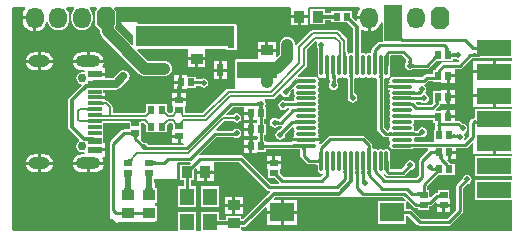
<source format=gtl>
G04*
G04 #@! TF.GenerationSoftware,Altium Limited,Altium Designer,20.0.12 (288)*
G04*
G04 Layer_Physical_Order=1*
G04 Layer_Color=255*
%FSLAX25Y25*%
%MOIN*%
G70*
G01*
G75*
%ADD11C,0.01181*%
%ADD16C,0.01000*%
%ADD39R,0.02362X0.02559*%
%ADD40R,0.02559X0.02362*%
%ADD41R,0.03858X0.03661*%
%ADD42R,0.03661X0.03858*%
%ADD43R,0.11811X0.05512*%
%ADD44O,0.01181X0.07087*%
%ADD45O,0.07087X0.01181*%
%ADD46R,0.04724X0.05512*%
%ADD47R,0.02362X0.03937*%
%ADD48R,0.08268X0.06299*%
%ADD49R,0.04528X0.02362*%
%ADD50R,0.04528X0.01181*%
%ADD51C,0.00800*%
%ADD52C,0.01200*%
%ADD53C,0.02756*%
%ADD54C,0.03937*%
%ADD55C,0.01968*%
%ADD56R,0.05960X0.12062*%
%ADD57R,0.13248X0.05677*%
%ADD58R,0.33150X0.06997*%
%ADD59O,0.05906X0.07087*%
G04:AMPARAMS|DCode=60|XSize=59.06mil|YSize=70.87mil|CornerRadius=0mil|HoleSize=0mil|Usage=FLASHONLY|Rotation=180.000|XOffset=0mil|YOffset=0mil|HoleType=Round|Shape=Octagon|*
%AMOCTAGOND60*
4,1,8,0.01476,-0.03543,-0.01476,-0.03543,-0.02953,-0.02067,-0.02953,0.02067,-0.01476,0.03543,0.01476,0.03543,0.02953,0.02067,0.02953,-0.02067,0.01476,-0.03543,0.0*
%
%ADD60OCTAGOND60*%

%ADD61C,0.02953*%
%ADD62O,0.07082X0.03937*%
%ADD63O,0.08263X0.03937*%
%ADD64C,0.01968*%
G36*
X117064Y76169D02*
X116711Y75709D01*
X116313Y74748D01*
X116177Y73716D01*
Y73625D01*
X120164D01*
Y73125D01*
X120664D01*
Y68614D01*
X121196Y68684D01*
X122157Y69082D01*
X122983Y69715D01*
X123617Y70541D01*
X124015Y71503D01*
X124050Y71773D01*
X124555D01*
X124577Y71607D01*
X124658Y71410D01*
Y65295D01*
X124526Y65098D01*
X123702D01*
X123272Y65013D01*
X122908Y64769D01*
X122908Y64769D01*
X121220Y63081D01*
X120977Y62717D01*
X120892Y62288D01*
X120892Y62288D01*
Y61703D01*
X120630Y61467D01*
X120362Y61387D01*
X120045Y61450D01*
X119580Y61358D01*
X119428Y61256D01*
X119060Y61136D01*
X118693Y61256D01*
X118541Y61358D01*
X118076Y61450D01*
X117822Y61399D01*
X117322Y61719D01*
Y69103D01*
X117822Y69350D01*
X118170Y69082D01*
X119132Y68684D01*
X119664Y68614D01*
Y72625D01*
X116177D01*
Y72535D01*
X116191Y72431D01*
X115742Y72209D01*
X114457Y73494D01*
Y75438D01*
X107549D01*
Y74773D01*
X105442D01*
Y76088D01*
X100580D01*
Y71030D01*
X105442D01*
Y72345D01*
X107549D01*
Y71679D01*
X112839D01*
X114894Y69625D01*
Y61720D01*
X114394Y61400D01*
X114139Y61450D01*
X113675Y61358D01*
X113519Y61253D01*
X113506Y61250D01*
X113454Y61244D01*
X113447Y61244D01*
X113015Y61462D01*
X112988Y61487D01*
X112986Y61604D01*
X112985Y61606D01*
X112986Y61607D01*
X112956Y61675D01*
Y65549D01*
X112878Y65939D01*
X112657Y66270D01*
X110178Y68749D01*
X109847Y68971D01*
X109457Y69048D01*
X101401D01*
X101011Y68971D01*
X100680Y68749D01*
X96184Y64253D01*
X95991Y63964D01*
X95955Y63961D01*
X95491Y64100D01*
X95402Y64771D01*
X95144Y65395D01*
X94732Y65932D01*
X94195Y66344D01*
X93571Y66602D01*
X92900Y66691D01*
X92229Y66602D01*
X91605Y66344D01*
X91068Y65932D01*
X90656Y65395D01*
X90398Y64771D01*
X90309Y64100D01*
Y60778D01*
X89503Y59973D01*
X89003Y60180D01*
Y61912D01*
X86074D01*
X83145D01*
Y59855D01*
X83145Y59581D01*
X82739Y59355D01*
X76079D01*
X75620Y59165D01*
X75430Y58705D01*
Y53028D01*
X75620Y52569D01*
Y49577D01*
X75122Y49573D01*
X73343D01*
X72953Y49496D01*
X72622Y49275D01*
X64873Y41525D01*
X58679D01*
Y41748D01*
X58660Y41846D01*
Y43694D01*
X59060D01*
Y45375D01*
X56780D01*
X54501D01*
Y43694D01*
X54901D01*
Y42091D01*
X54308Y41499D01*
X53401D01*
X52763Y42137D01*
Y44356D01*
X45854D01*
Y42137D01*
X45228Y41511D01*
X34658D01*
Y43326D01*
X34580Y43717D01*
X34359Y44047D01*
X33051Y45355D01*
X32721Y45576D01*
X32331Y45654D01*
X32100D01*
Y46102D01*
X32089D01*
X31898Y46102D01*
X31128Y46052D01*
X31098Y46039D01*
X31089Y46024D01*
Y46102D01*
X28837D01*
Y47102D01*
X31089D01*
Y47181D01*
X31098Y47166D01*
X31128Y47153D01*
X31179Y47141D01*
X31249Y47131D01*
X31449Y47115D01*
X32089Y47102D01*
X32100D01*
Y48193D01*
X31573D01*
Y49113D01*
X35843D01*
X36615Y49267D01*
X37269Y49704D01*
X39728Y52163D01*
X40165Y52817D01*
X40319Y53589D01*
X40165Y54361D01*
X39728Y55015D01*
X39074Y55452D01*
X38302Y55606D01*
X37530Y55452D01*
X36876Y55015D01*
X35007Y53147D01*
X32100D01*
Y53780D01*
X28837D01*
Y54779D01*
X32100D01*
Y56461D01*
X31398D01*
X31151Y56961D01*
X31329Y57192D01*
X31628Y57914D01*
X31664Y58189D01*
X26573D01*
X21482D01*
X21518Y57914D01*
X21817Y57192D01*
X22293Y56572D01*
X22913Y56096D01*
X23635Y55797D01*
X24410Y55695D01*
X25250D01*
X25375Y55307D01*
X24997Y54968D01*
X24605Y55046D01*
X23844Y54895D01*
X23200Y54464D01*
X22769Y53819D01*
X22618Y53059D01*
X22769Y52298D01*
X23200Y51654D01*
X23844Y51223D01*
X24162Y51160D01*
X24327Y50617D01*
X24267Y50557D01*
X24094Y50442D01*
X20170Y46518D01*
X19905Y46121D01*
X19812Y45653D01*
Y36861D01*
X19905Y36392D01*
X20170Y35995D01*
X23604Y32562D01*
X23530Y31929D01*
X23200Y31708D01*
X22769Y31063D01*
X22618Y30303D01*
X22769Y29542D01*
X23200Y28898D01*
X23844Y28467D01*
X24605Y28316D01*
X24995Y28394D01*
X25373Y28054D01*
X25249Y27668D01*
X24410D01*
X23635Y27566D01*
X22913Y27266D01*
X22293Y26791D01*
X21817Y26171D01*
X21518Y25448D01*
X21482Y25174D01*
X26573D01*
X31664D01*
X31628Y25448D01*
X31329Y26171D01*
X31152Y26402D01*
X31398Y26902D01*
X32100D01*
Y28583D01*
X28837D01*
Y29583D01*
X32100D01*
Y31264D01*
X31573D01*
Y33728D01*
Y37966D01*
X31604Y37972D01*
X40149D01*
X40216Y37942D01*
X40349Y37939D01*
X40421Y37932D01*
Y35948D01*
X38410D01*
X37980Y35863D01*
X37617Y35620D01*
X37617Y35620D01*
X34029Y32033D01*
X33786Y31669D01*
X33701Y31240D01*
X33701Y31239D01*
Y8940D01*
X33701Y8940D01*
X33786Y8511D01*
X33884Y8365D01*
Y5982D01*
X34822D01*
X36127Y4678D01*
X36462Y5013D01*
X48866D01*
Y5516D01*
X49377D01*
Y10377D01*
X48866D01*
Y11579D01*
X49377D01*
Y15696D01*
X49411Y15756D01*
X49400Y15793D01*
X49415Y15828D01*
X49377Y15919D01*
Y16440D01*
X48898D01*
X48866Y16457D01*
Y18126D01*
X48463Y18529D01*
Y19442D01*
X56150D01*
Y24430D01*
X56150Y24906D01*
X56571Y25097D01*
X60445D01*
X60445Y25097D01*
X60489Y25106D01*
X60736Y24645D01*
X60311Y24220D01*
X57036D01*
Y19162D01*
X58467D01*
Y16935D01*
X56626D01*
Y10223D01*
X62551D01*
Y16935D01*
X60710D01*
Y19162D01*
X61897D01*
Y22634D01*
X62237Y22974D01*
X62699Y22782D01*
Y22191D01*
X65530D01*
X67336D01*
Y22691D01*
X67346Y22596D01*
X67377Y22511D01*
X67427Y22436D01*
X67498Y22371D01*
X67589Y22316D01*
X67700Y22271D01*
X67832Y22236D01*
X67984Y22211D01*
X68156Y22196D01*
X68348Y22191D01*
Y22191D01*
X68360D01*
Y24620D01*
X68360D01*
X68417Y25097D01*
X76892D01*
X86166Y15823D01*
X86166Y15823D01*
X86530Y15580D01*
X86937Y15499D01*
X86982Y15432D01*
X87139Y14995D01*
X78090Y5945D01*
X77590Y6099D01*
Y7053D01*
X72531D01*
Y5836D01*
X70031D01*
Y8274D01*
X64106D01*
Y1980D01*
X62904Y1980D01*
X62551Y2334D01*
Y8274D01*
X56626D01*
Y1979D01*
X1654Y1969D01*
X1300Y2322D01*
Y76195D01*
X1362Y76669D01*
X5362D01*
X5608Y76169D01*
X5256Y75709D01*
X4857Y74748D01*
X4721Y73716D01*
Y73625D01*
X8708D01*
Y73125D01*
X9208D01*
Y68614D01*
X9740Y68684D01*
X10702Y69082D01*
X11528Y69715D01*
X12161Y70541D01*
X12559Y71503D01*
X12595Y71774D01*
X13099D01*
X13121Y71607D01*
X13479Y70743D01*
X14049Y70001D01*
X14791Y69431D01*
X15655Y69073D01*
X16583Y68951D01*
X17510Y69073D01*
X18374Y69431D01*
X19116Y70001D01*
X19686Y70743D01*
X20044Y71607D01*
X20166Y72535D01*
Y73716D01*
X20044Y74643D01*
X19686Y75507D01*
X19178Y76169D01*
X19314Y76669D01*
X21725D01*
X21861Y76169D01*
X21353Y75507D01*
X20995Y74643D01*
X20873Y73716D01*
Y72535D01*
X20995Y71607D01*
X21353Y70743D01*
X21923Y70001D01*
X22665Y69431D01*
X23529Y69073D01*
X24456Y68951D01*
X25384Y69073D01*
X26248Y69431D01*
X26990Y70001D01*
X27560Y70743D01*
X27918Y71607D01*
X28040Y72535D01*
Y73716D01*
X27918Y74643D01*
X27560Y75507D01*
X27052Y76169D01*
X27188Y76669D01*
X29301D01*
X29493Y76207D01*
X28778Y75492D01*
Y70758D01*
X30401Y69135D01*
Y68590D01*
X30489Y67920D01*
X30748Y67295D01*
X31160Y66759D01*
X43525Y54394D01*
X44061Y53982D01*
X44686Y53723D01*
X45357Y53635D01*
X51951D01*
X52622Y53723D01*
X53246Y53982D01*
X53783Y54394D01*
X54195Y54930D01*
X54453Y55555D01*
X54542Y56226D01*
X54453Y56896D01*
X54195Y57521D01*
X53783Y58057D01*
X53246Y58469D01*
X52622Y58728D01*
X51951Y58816D01*
X46430D01*
X42825Y62421D01*
X43016Y62883D01*
X59697D01*
X59732Y62398D01*
X59732Y62383D01*
Y60067D01*
X62661D01*
X65590D01*
Y62383D01*
X65590Y62398D01*
X65625Y62883D01*
X72517D01*
Y62573D01*
X76079D01*
Y67710D01*
X76040D01*
Y70529D01*
X75850Y70989D01*
X75390Y71179D01*
X43390D01*
X42889Y71679D01*
X38609D01*
X38147Y71679D01*
X37480D01*
X37480Y71639D01*
X37940Y71179D01*
X38267Y70853D01*
X41591Y67529D01*
Y64308D01*
X41129Y64117D01*
X35582Y69664D01*
Y70457D01*
X35883Y70758D01*
Y75492D01*
X35168Y76207D01*
X35360Y76669D01*
X93692D01*
X94117Y76488D01*
X94117Y76169D01*
Y74059D01*
X96948D01*
X99779D01*
Y76169D01*
X99779Y76488D01*
X100204Y76669D01*
X116817D01*
X117064Y76169D01*
D02*
G37*
G36*
X129202Y69860D02*
X129128Y69818D01*
X129062Y69754D01*
X129006Y69669D01*
X128958Y69562D01*
X128918Y69434D01*
X128888Y69285D01*
X128866Y69114D01*
X128853Y68921D01*
X128848Y68707D01*
X127848Y68668D01*
X127844Y68866D01*
X127809Y69197D01*
X127778Y69330D01*
X127739Y69441D01*
X127690Y69529D01*
X127633Y69596D01*
X127567Y69641D01*
X127493Y69664D01*
X127409Y69665D01*
X129285Y69880D01*
X129202Y69860D01*
D02*
G37*
G36*
X44287Y65949D02*
X44335Y65916D01*
X44390Y65888D01*
X44453Y65864D01*
X44523Y65843D01*
X44600Y65826D01*
X44685Y65812D01*
X44776Y65803D01*
X44982Y65795D01*
Y64796D01*
X44875Y64794D01*
X44685Y64779D01*
X44600Y64765D01*
X44523Y64748D01*
X44453Y64727D01*
X44390Y64703D01*
X44335Y64675D01*
X44287Y64642D01*
X44246Y64606D01*
Y65984D01*
X44287Y65949D01*
D02*
G37*
G36*
X64588Y66201D02*
X64618Y66115D01*
X64668Y66040D01*
X64738Y65975D01*
X64828Y65921D01*
X64938Y65876D01*
X65068Y65841D01*
X65218Y65816D01*
X65388Y65800D01*
X65578Y65795D01*
Y64796D01*
X65388Y64790D01*
X65218Y64776D01*
X65068Y64750D01*
X64938Y64715D01*
X64828Y64670D01*
X64738Y64615D01*
X64668Y64551D01*
X64618Y64476D01*
X64588Y64390D01*
X64578Y64296D01*
Y66295D01*
X64588Y66201D01*
D02*
G37*
G36*
X60756Y64296D02*
X60746Y64390D01*
X60715Y64476D01*
X60665Y64551D01*
X60594Y64615D01*
X60503Y64670D01*
X60391Y64715D01*
X60260Y64750D01*
X60108Y64776D01*
X59936Y64790D01*
X59744Y64796D01*
Y65795D01*
X59936Y65800D01*
X60108Y65816D01*
X60260Y65841D01*
X60391Y65876D01*
X60503Y65921D01*
X60594Y65975D01*
X60665Y66040D01*
X60715Y66115D01*
X60746Y66201D01*
X60756Y66295D01*
Y64296D01*
D02*
G37*
G36*
X104967Y63446D02*
X104950Y63412D01*
X104935Y63369D01*
X104923Y63316D01*
X104912Y63253D01*
X104896Y63099D01*
X104888Y62906D01*
X104887Y62795D01*
X103706D01*
X103705Y62906D01*
X103681Y63253D01*
X103671Y63316D01*
X103658Y63369D01*
X103643Y63412D01*
X103626Y63446D01*
X103608Y63470D01*
X104986D01*
X104967Y63446D01*
D02*
G37*
G36*
X146541Y62750D02*
X146570Y62469D01*
X146596Y62355D01*
X146629Y62258D01*
X146669Y62179D01*
X146717Y62117D01*
X146773Y62073D01*
X146835Y62046D01*
X146905Y62037D01*
X145314Y62049D01*
X145357Y62058D01*
X145394Y62084D01*
X145428Y62127D01*
X145457Y62188D01*
X145481Y62266D01*
X145501Y62362D01*
X145517Y62474D01*
X145535Y62752D01*
X145537Y62917D01*
X146537D01*
X146541Y62750D01*
D02*
G37*
G36*
X155932Y62007D02*
X155923Y62099D01*
X155893Y62182D01*
X155844Y62255D01*
X155775Y62318D01*
X155686Y62371D01*
X155578Y62415D01*
X155450Y62449D01*
X155302Y62473D01*
X155135Y62487D01*
X154948Y62492D01*
Y63492D01*
X155135Y63497D01*
X155302Y63512D01*
X155450Y63536D01*
X155578Y63570D01*
X155686Y63613D01*
X155775Y63667D01*
X155844Y63730D01*
X155893Y63802D01*
X155923Y63885D01*
X155932Y63977D01*
Y62007D01*
D02*
G37*
G36*
X122558Y60462D02*
X121468D01*
X121477Y60485D01*
X121484Y60526D01*
X121491Y60586D01*
X121506Y60878D01*
X121513Y61529D01*
X122513D01*
X122558Y60462D01*
D02*
G37*
G36*
X112339Y61445D02*
X112359Y61184D01*
X112376Y61072D01*
X112399Y60972D01*
X112427Y60884D01*
X112460Y60808D01*
X112497Y60745D01*
X112540Y60693D01*
X112588Y60653D01*
X111626Y60462D01*
X111609Y60449D01*
X111593Y60464D01*
X111580Y60506D01*
X111568Y60576D01*
X111559Y60673D01*
X111540Y61132D01*
X111536Y61576D01*
X112336Y61593D01*
X112339Y61445D01*
D02*
G37*
G36*
X110836Y61576D02*
X110835Y61340D01*
X110779Y60464D01*
X110764Y60449D01*
X110747Y60462D01*
X109785Y60653D01*
X109833Y60693D01*
X109875Y60745D01*
X109913Y60808D01*
X109946Y60884D01*
X109974Y60972D01*
X109996Y61072D01*
X110014Y61184D01*
X110026Y61309D01*
X110036Y61593D01*
X110836Y61576D01*
D02*
G37*
G36*
X155932Y60248D02*
X155922Y60261D01*
X155892Y60272D01*
X155842Y60282D01*
X155772Y60290D01*
X155572Y60303D01*
X154932Y60314D01*
Y61314D01*
X155122Y61319D01*
X155292Y61334D01*
X155442Y61359D01*
X155572Y61394D01*
X155682Y61439D01*
X155772Y61494D01*
X155842Y61559D01*
X155892Y61634D01*
X155922Y61719D01*
X155932Y61814D01*
Y60248D01*
D02*
G37*
G36*
X147651Y61686D02*
X147681Y61601D01*
X147731Y61526D01*
X147802Y61461D01*
X147893Y61406D01*
X148005Y61361D01*
X148136Y61326D01*
X148288Y61301D01*
X148460Y61286D01*
X148583Y61283D01*
X148587Y61283D01*
X148778Y61298D01*
X148863Y61312D01*
X148940Y61329D01*
X149010Y61349D01*
X149072Y61374D01*
X149128Y61402D01*
X149176Y61434D01*
X149216Y61470D01*
Y60092D01*
X149176Y60128D01*
X149128Y60160D01*
X149072Y60189D01*
X149010Y60213D01*
X148940Y60234D01*
X148863Y60251D01*
X148778Y60264D01*
X148686Y60274D01*
X148552Y60279D01*
X148460Y60276D01*
X148288Y60261D01*
X148136Y60236D01*
X148005Y60201D01*
X147893Y60156D01*
X147802Y60101D01*
X147731Y60036D01*
X147681Y59961D01*
X147651Y59876D01*
X147640Y59781D01*
Y61781D01*
X147651Y61686D01*
D02*
G37*
G36*
X132545Y59282D02*
Y58770D01*
X132518Y58710D01*
X132511Y58526D01*
X132506Y58472D01*
X132498Y58424D01*
X132491Y58389D01*
X132484Y58368D01*
X132483Y58366D01*
X132474Y58352D01*
X132473Y58344D01*
X132468Y58335D01*
X132466Y58312D01*
X132464Y58301D01*
X132462Y58296D01*
X132175Y57866D01*
X132052Y57247D01*
X132175Y56629D01*
X132525Y56105D01*
X133049Y55755D01*
X133667Y55632D01*
X134285Y55755D01*
X134715Y56043D01*
X134721Y56044D01*
X134732Y56047D01*
X134755Y56049D01*
X134763Y56053D01*
X134772Y56055D01*
X134785Y56064D01*
X134788Y56065D01*
X134809Y56071D01*
X134844Y56079D01*
X134884Y56085D01*
X135030Y56097D01*
X135117Y56098D01*
X135181Y56126D01*
X139504D01*
X139504Y56126D01*
X139934Y56211D01*
X140297Y56454D01*
X142745Y58902D01*
X148264D01*
Y59251D01*
X148469Y59454D01*
X148625Y59569D01*
X148742Y59613D01*
X148777Y59605D01*
X148798Y59599D01*
X148801Y59598D01*
X148814Y59589D01*
X148823Y59587D01*
X148831Y59583D01*
X148854Y59581D01*
X148866Y59578D01*
X148871Y59577D01*
X149301Y59289D01*
X149919Y59166D01*
X150046Y59191D01*
X150292Y58731D01*
X149931Y58369D01*
X144978D01*
X144978Y58369D01*
X144548Y58284D01*
X144185Y58040D01*
X144185Y58040D01*
X142819Y56675D01*
X142576Y56311D01*
X142519Y56023D01*
X142463Y55896D01*
X142460Y55753D01*
X142453Y55655D01*
X141355D01*
Y54271D01*
X139397D01*
X139397Y54271D01*
X138967Y54186D01*
X138603Y53943D01*
X138603Y53943D01*
X137948Y53287D01*
X135386D01*
X135321Y53315D01*
X134683Y53322D01*
X134424Y53335D01*
X134406Y53337D01*
X134387Y53340D01*
X134325Y53327D01*
X134247Y53360D01*
X134205Y53342D01*
X134021Y53379D01*
X128115D01*
X127651Y53287D01*
X127257Y53024D01*
X126994Y52630D01*
X126902Y52165D01*
X126994Y51701D01*
X127151Y51465D01*
X126969Y51344D01*
X126617Y50818D01*
X126593Y50697D01*
X131068D01*
Y49697D01*
X126593D01*
X126617Y49576D01*
X126969Y49050D01*
X127151Y48928D01*
X126994Y48693D01*
X126902Y48228D01*
X126994Y47764D01*
X127096Y47612D01*
X127216Y47244D01*
X127096Y46876D01*
X126994Y46724D01*
X126902Y46260D01*
X126994Y45795D01*
X127257Y45401D01*
Y45150D01*
X126994Y44756D01*
X126902Y44291D01*
X126994Y43827D01*
X127096Y43675D01*
X127216Y43307D01*
X127096Y42939D01*
X126994Y42787D01*
X126902Y42323D01*
X126994Y41858D01*
X127257Y41465D01*
Y41213D01*
X126994Y40819D01*
X126902Y40354D01*
X126994Y39890D01*
X127096Y39738D01*
X127216Y39370D01*
X127096Y39002D01*
X126994Y38850D01*
X126902Y38386D01*
X126994Y37921D01*
X127257Y37528D01*
Y37276D01*
X126994Y36882D01*
X126902Y36417D01*
X126964Y36105D01*
X126866Y35811D01*
X126663Y35587D01*
X126161Y35580D01*
X125103Y36637D01*
Y52864D01*
X125365Y53100D01*
X125633Y53180D01*
X125950Y53117D01*
X126415Y53209D01*
X126809Y53472D01*
X127072Y53866D01*
X127164Y54331D01*
Y60236D01*
X127553Y60690D01*
X131138D01*
X132545Y59282D01*
D02*
G37*
G36*
X134169Y58579D02*
X134184Y58389D01*
X134197Y58304D01*
X134214Y58227D01*
X134235Y58157D01*
X134259Y58094D01*
X134288Y58039D01*
X134320Y57991D01*
X134356Y57950D01*
X132978D01*
X133014Y57991D01*
X133046Y58039D01*
X133074Y58094D01*
X133099Y58157D01*
X133120Y58227D01*
X133137Y58304D01*
X133150Y58389D01*
X133159Y58480D01*
X133167Y58686D01*
X134167D01*
X134169Y58579D01*
D02*
G37*
G36*
X134411Y57901D02*
X134458Y57868D01*
X134514Y57840D01*
X134576Y57815D01*
X134646Y57795D01*
X134723Y57778D01*
X134808Y57764D01*
X134900Y57755D01*
X135105Y57747D01*
Y56747D01*
X134999Y56745D01*
X134808Y56730D01*
X134723Y56717D01*
X134646Y56700D01*
X134576Y56679D01*
X134514Y56655D01*
X134458Y56626D01*
X134411Y56594D01*
X134370Y56558D01*
Y57936D01*
X134411Y57901D01*
D02*
G37*
G36*
X154866Y59689D02*
X154922Y59665D01*
X155101Y59662D01*
X155320Y59636D01*
X155767Y59635D01*
X155774Y59636D01*
X155800Y59636D01*
X155861Y59603D01*
X155897Y59613D01*
X155932Y59599D01*
X156023Y59636D01*
X167731D01*
Y58874D01*
X162326D01*
Y55118D01*
X161826D01*
Y54618D01*
X154920D01*
Y51362D01*
X154920D01*
Y51000D01*
X154920D01*
Y47744D01*
X161826D01*
Y47244D01*
X162326D01*
Y43488D01*
X167731D01*
Y42726D01*
X155320D01*
Y39627D01*
X155264Y39618D01*
X155148Y39609D01*
X154990Y39605D01*
X154864Y39549D01*
X154577Y39492D01*
X154213Y39249D01*
X154213Y39249D01*
X153875Y38911D01*
X153632Y38547D01*
X153546Y38118D01*
X153546Y38118D01*
Y33823D01*
X152161Y32438D01*
X151773Y32757D01*
X151888Y32928D01*
X152011Y33547D01*
X151888Y34165D01*
X151824Y34260D01*
X151971Y34799D01*
X152495Y35149D01*
X152845Y35673D01*
X152968Y36292D01*
X152845Y36910D01*
X152495Y37434D01*
X151971Y37784D01*
X151352Y37907D01*
X151328Y37902D01*
X150698Y38532D01*
X150335Y38775D01*
X149905Y38860D01*
X149905Y38860D01*
X148664D01*
Y39618D01*
X146483D01*
Y40118D01*
X145983D01*
Y41386D01*
X145483D01*
X145578Y41396D01*
X145663Y41426D01*
X145738Y41476D01*
X145803Y41546D01*
X145858Y41636D01*
X145903Y41746D01*
X145938Y41876D01*
X145963Y42026D01*
X145978Y42196D01*
X145983Y42386D01*
X145983D01*
Y42398D01*
X144302D01*
Y41998D01*
X142526D01*
X142319Y42498D01*
X143604Y43783D01*
X143604Y43783D01*
X143847Y44147D01*
X143879Y44305D01*
X144302Y44490D01*
X144302Y44490D01*
X145983D01*
Y44506D01*
X145978Y44692D01*
X145963Y44862D01*
X145938Y45012D01*
X145903Y45142D01*
X145858Y45252D01*
X145803Y45342D01*
X145738Y45412D01*
X145663Y45462D01*
X145578Y45492D01*
X145483Y45502D01*
X145983D01*
Y46770D01*
Y49049D01*
X144302D01*
Y48649D01*
X141356D01*
Y45646D01*
X141325Y45593D01*
X141337Y45547D01*
X141318Y45502D01*
X141356Y45412D01*
Y44890D01*
X141356Y44890D01*
X141356D01*
X141133Y44484D01*
X140791Y44142D01*
X136178D01*
X135682Y44638D01*
X135889Y45138D01*
X136968D01*
X137028Y45111D01*
X137212Y45104D01*
X137266Y45099D01*
X137313Y45091D01*
X137348Y45083D01*
X137369Y45077D01*
X137372Y45076D01*
X137385Y45067D01*
X137393Y45066D01*
X137402Y45061D01*
X137425Y45059D01*
X137436Y45057D01*
X137442Y45055D01*
X137872Y44767D01*
X138490Y44645D01*
X139108Y44767D01*
X139632Y45118D01*
X139982Y45642D01*
X140105Y46260D01*
X139982Y46878D01*
X139632Y47402D01*
X139108Y47752D01*
X139080Y47758D01*
X138999Y47882D01*
X138892Y48305D01*
X139155Y48700D01*
X139278Y49318D01*
X139155Y49936D01*
X138805Y50460D01*
X138630Y50577D01*
X138735Y51108D01*
X138841Y51129D01*
X139205Y51372D01*
X139861Y52028D01*
X141355D01*
Y51896D01*
X144302D01*
Y51496D01*
X145983D01*
Y53776D01*
X146483D01*
Y54276D01*
X148664D01*
Y56055D01*
X149135Y56126D01*
X150395D01*
X150395Y56126D01*
X150825Y56211D01*
X151189Y56454D01*
X154427Y59692D01*
X154835D01*
X154866Y59689D01*
D02*
G37*
G36*
X144114Y55722D02*
X144143Y55345D01*
X144160Y55253D01*
X144182Y55177D01*
X144207Y55119D01*
X144236Y55077D01*
X144269Y55051D01*
X144306Y55043D01*
X142773D01*
X142838Y55051D01*
X142895Y55077D01*
X142946Y55119D01*
X142990Y55177D01*
X143027Y55253D01*
X143058Y55345D01*
X143082Y55454D01*
X143099Y55580D01*
X143109Y55722D01*
X143112Y55882D01*
X144112D01*
X144114Y55722D01*
D02*
G37*
G36*
X124518Y54082D02*
X124510Y54041D01*
X124504Y53981D01*
X124489Y53688D01*
X124482Y53038D01*
X123482D01*
X123437Y54105D01*
X124527D01*
X124518Y54082D01*
D02*
G37*
G36*
X114676D02*
X114668Y54041D01*
X114661Y53981D01*
X114646Y53688D01*
X114639Y53038D01*
X113639D01*
X113594Y54105D01*
X114684D01*
X114676Y54082D01*
D02*
G37*
G36*
X108799Y54078D02*
X108807Y54019D01*
X108814Y53930D01*
X108832Y53272D01*
X108834Y52761D01*
X107834Y52902D01*
X107833Y53091D01*
X107782Y53808D01*
X107763Y53905D01*
X107741Y53987D01*
X107716Y54054D01*
X107689Y54105D01*
X108779D01*
X108789Y54107D01*
X108799Y54078D01*
D02*
G37*
G36*
X134269Y52702D02*
X134311Y52694D01*
X134371Y52687D01*
X134663Y52672D01*
X135314Y52665D01*
Y51665D01*
X134247Y51620D01*
Y52710D01*
X134269Y52702D01*
D02*
G37*
G36*
X96028Y53001D02*
X96011Y52925D01*
X95938Y52785D01*
X95809Y52582D01*
X96533Y51587D01*
X96467Y51654D01*
X96387Y51691D01*
X96292Y51700D01*
X96182Y51681D01*
X96057Y51633D01*
X95918Y51556D01*
X95765Y51451D01*
X95596Y51318D01*
X95413Y51156D01*
X95216Y50965D01*
X94587Y51751D01*
X94960Y52120D01*
X95990Y53013D01*
X96028Y53001D01*
D02*
G37*
G36*
X108836Y52027D02*
X108851Y51836D01*
X108865Y51752D01*
X108882Y51675D01*
X108902Y51605D01*
X108927Y51542D01*
X108955Y51487D01*
X108987Y51439D01*
X109023Y51398D01*
X107645D01*
X107681Y51439D01*
X107713Y51487D01*
X107742Y51542D01*
X107766Y51605D01*
X107787Y51675D01*
X107804Y51752D01*
X107817Y51836D01*
X107827Y51928D01*
X107834Y52134D01*
X108834D01*
X108836Y52027D01*
D02*
G37*
G36*
X93568Y49317D02*
X93494Y49240D01*
X93377Y49095D01*
X93334Y49028D01*
X93300Y48963D01*
X93277Y48902D01*
X93264Y48845D01*
X93261Y48790D01*
X93268Y48739D01*
X93285Y48691D01*
X92001Y49165D01*
X92798Y49961D01*
X93568Y49317D01*
D02*
G37*
G36*
X137563Y48339D02*
X137551Y48335D01*
X137532Y48324D01*
X137505Y48303D01*
X137429Y48237D01*
X137107Y47926D01*
X136349Y48582D01*
X136423Y48657D01*
X136694Y48970D01*
X136711Y48999D01*
X136719Y49022D01*
X136719Y49039D01*
X137563Y48339D01*
D02*
G37*
G36*
X134269Y48765D02*
X134311Y48757D01*
X134371Y48750D01*
X134663Y48735D01*
X135314Y48728D01*
Y47728D01*
X134247Y47683D01*
Y48773D01*
X134269Y48765D01*
D02*
G37*
G36*
X114641Y47910D02*
X114660Y47727D01*
X114676Y47650D01*
X114697Y47584D01*
X114722Y47529D01*
X114752Y47483D01*
X114787Y47448D01*
X114826Y47423D01*
X114870Y47409D01*
X113732Y46718D01*
X113639Y47858D01*
X114639Y48018D01*
X114641Y47910D01*
D02*
G37*
G36*
X134269Y46796D02*
X134311Y46789D01*
X134371Y46782D01*
X134663Y46767D01*
X135314Y46760D01*
Y45760D01*
X134247Y45715D01*
Y46805D01*
X134269Y46796D01*
D02*
G37*
G36*
X137787Y45571D02*
X137746Y45607D01*
X137698Y45639D01*
X137643Y45667D01*
X137581Y45692D01*
X137511Y45713D01*
X137434Y45730D01*
X137349Y45743D01*
X137257Y45752D01*
X137052Y45760D01*
Y46760D01*
X137158Y46762D01*
X137349Y46777D01*
X137434Y46790D01*
X137511Y46807D01*
X137581Y46828D01*
X137643Y46852D01*
X137698Y46881D01*
X137746Y46913D01*
X137787Y46949D01*
Y45571D01*
D02*
G37*
G36*
X102522Y65269D02*
X102782Y64829D01*
X102795Y64743D01*
X102681Y64173D01*
X102804Y63555D01*
X103027Y63221D01*
X103026Y63217D01*
X103029Y63208D01*
X103028Y63203D01*
X103033Y63188D01*
X103034Y63184D01*
X103036Y63176D01*
X103056Y62881D01*
X103057Y62789D01*
X103083Y62728D01*
Y60236D01*
Y57284D01*
Y54331D01*
X103175Y53866D01*
X103438Y53472D01*
X103832Y53209D01*
X104297Y53117D01*
X104761Y53209D01*
X104996Y53366D01*
X105118Y53184D01*
X105644Y52833D01*
X105765Y52808D01*
Y57284D01*
X106765D01*
Y52767D01*
X107132Y52545D01*
X107213Y52450D01*
Y52217D01*
X107185Y52157D01*
X107179Y51973D01*
X107173Y51920D01*
X107166Y51872D01*
X107158Y51837D01*
X107152Y51816D01*
X107151Y51814D01*
X107142Y51800D01*
X107140Y51792D01*
X107135Y51783D01*
X107134Y51760D01*
X107131Y51749D01*
X107130Y51744D01*
X106842Y51313D01*
X106719Y50695D01*
X106842Y50077D01*
X107192Y49553D01*
X107716Y49203D01*
X108334Y49080D01*
X108952Y49203D01*
X109476Y49553D01*
X109827Y50077D01*
X109950Y50695D01*
X109827Y51313D01*
X109539Y51744D01*
X109537Y51749D01*
X109535Y51760D01*
X109533Y51783D01*
X109529Y51792D01*
X109527Y51800D01*
X109518Y51814D01*
X109517Y51816D01*
X109511Y51837D01*
X109503Y51872D01*
X109497Y51912D01*
X109485Y52059D01*
X109484Y52145D01*
X109456Y52209D01*
Y52634D01*
X109477Y52670D01*
X109465Y52718D01*
X109484Y52764D01*
X109484Y52789D01*
X109519Y52847D01*
X109982Y53161D01*
X110202Y53117D01*
X110667Y53209D01*
X111060Y53472D01*
X111312D01*
X111706Y53209D01*
X112171Y53117D01*
X112483Y53179D01*
X112777Y53081D01*
X113018Y52864D01*
Y47885D01*
X112992Y47805D01*
X113018Y47491D01*
Y47253D01*
X113018Y47253D01*
X113051Y47087D01*
X113085Y46665D01*
X113101Y46635D01*
X113063Y46444D01*
X113185Y45826D01*
X113536Y45302D01*
X114060Y44952D01*
X114678Y44829D01*
X115296Y44952D01*
X115820Y45302D01*
X116170Y45826D01*
X116293Y46444D01*
X116170Y47062D01*
X115820Y47586D01*
X115296Y47936D01*
X115289Y48023D01*
X115288Y48032D01*
X115288Y48033D01*
X115280Y48120D01*
X115261Y48153D01*
Y52863D01*
X115523Y53100D01*
X115790Y53180D01*
X116108Y53117D01*
X116572Y53209D01*
X116966Y53472D01*
X117218D01*
X117612Y53209D01*
X118076Y53117D01*
X118541Y53209D01*
X118693Y53311D01*
X119060Y53431D01*
X119428Y53311D01*
X119580Y53209D01*
X120045Y53117D01*
X120509Y53209D01*
X120903Y53472D01*
X121155D01*
X121549Y53209D01*
X122013Y53117D01*
X122325Y53179D01*
X122619Y53081D01*
X122860Y52863D01*
Y36173D01*
X122860Y36173D01*
X122945Y35744D01*
X123188Y35380D01*
X124913Y33656D01*
X124913Y33656D01*
X125277Y33413D01*
X125706Y33327D01*
X126648D01*
X126885Y33065D01*
X126965Y32798D01*
X126902Y32480D01*
X126994Y32016D01*
X127096Y31864D01*
X127216Y31496D01*
X127096Y31128D01*
X126994Y30976D01*
X126902Y30512D01*
X126994Y30047D01*
X127257Y29653D01*
X127651Y29390D01*
X128115Y29298D01*
X134021D01*
X134485Y29390D01*
X134778Y29586D01*
X139733D01*
X139887Y29234D01*
X139902Y29086D01*
X137004Y26188D01*
X136760Y25824D01*
X136675Y25394D01*
X136675Y25394D01*
Y20604D01*
X135934Y19863D01*
X125755D01*
X124983Y20635D01*
X125079Y21246D01*
X125263Y21341D01*
X125275Y21334D01*
X125833Y20776D01*
X126197Y20533D01*
X126627Y20447D01*
X126627Y20447D01*
X131410D01*
X131410Y20447D01*
X131839Y20533D01*
X132203Y20776D01*
X133858Y22431D01*
X133883Y22426D01*
X134501Y22549D01*
X135025Y22899D01*
X135375Y23423D01*
X135498Y24042D01*
X135375Y24660D01*
X135025Y25184D01*
X134501Y25534D01*
X133883Y25657D01*
X133265Y25534D01*
X132741Y25184D01*
X132390Y24660D01*
X132267Y24042D01*
X132272Y24017D01*
X130946Y22690D01*
X127164D01*
Y28346D01*
X127072Y28811D01*
X126809Y29205D01*
X126415Y29468D01*
X125950Y29560D01*
X125486Y29468D01*
X125092Y29205D01*
X124840D01*
X124446Y29468D01*
X123982Y29560D01*
X123517Y29468D01*
X123365Y29366D01*
X122997Y29246D01*
X122630Y29366D01*
X122478Y29468D01*
X122013Y29560D01*
X121701Y29498D01*
X121407Y29596D01*
X121166Y29814D01*
Y30661D01*
X121166Y30661D01*
X121081Y31091D01*
X120838Y31455D01*
X120838Y31455D01*
X118869Y33423D01*
X118505Y33666D01*
X118076Y33751D01*
X118076Y33751D01*
X107157D01*
X107157Y33751D01*
X106727Y33666D01*
X106364Y33423D01*
X106364Y33423D01*
X103986Y31045D01*
X103772Y31041D01*
X103426Y31181D01*
X103360Y31457D01*
X103629Y31860D01*
X103653Y31980D01*
X99178D01*
X94566D01*
X94336Y31652D01*
X94301Y31633D01*
X85902D01*
Y32154D01*
X85242D01*
Y34044D01*
X85902D01*
Y37803D01*
X85242D01*
Y39459D01*
X85902D01*
Y43218D01*
X85740D01*
X85723Y43225D01*
X85678Y43252D01*
X85453Y43718D01*
X85613Y43958D01*
X85736Y44576D01*
X85613Y45194D01*
X85386Y45534D01*
X85622Y46034D01*
X88075D01*
X88465Y46112D01*
X88796Y46333D01*
X90349Y47885D01*
X90891Y47721D01*
X90906Y47646D01*
X91256Y47122D01*
X91780Y46772D01*
X92398Y46649D01*
X93016Y46772D01*
X93540Y47122D01*
X93891Y47646D01*
X94013Y48265D01*
X93920Y48734D01*
X93982Y48810D01*
X94037Y48868D01*
X94046Y48890D01*
X94066Y48900D01*
X94082Y48953D01*
X94661Y49531D01*
X95132Y49446D01*
X95294Y48978D01*
X95104Y48693D01*
X95012Y48228D01*
X95104Y47764D01*
X95206Y47612D01*
X95326Y47244D01*
X95206Y46876D01*
X95104Y46724D01*
X95012Y46260D01*
X95074Y45948D01*
X94976Y45654D01*
X94758Y45413D01*
X92369D01*
X92182Y45538D01*
X91564Y45660D01*
X90946Y45538D01*
X90422Y45187D01*
X90072Y44663D01*
X89949Y44045D01*
X90072Y43427D01*
X90422Y42903D01*
X90946Y42553D01*
X91564Y42430D01*
X92182Y42553D01*
X92706Y42903D01*
X92885Y43170D01*
X93490D01*
X93697Y42670D01*
X90279Y39251D01*
X90239Y39270D01*
X90055Y39276D01*
X90001Y39282D01*
X89954Y39289D01*
X89919Y39297D01*
X89898Y39303D01*
X89895Y39304D01*
X89882Y39313D01*
X89873Y39315D01*
X89865Y39319D01*
X89842Y39321D01*
X89830Y39323D01*
X89825Y39325D01*
X89395Y39613D01*
X88777Y39736D01*
X88159Y39613D01*
X87635Y39263D01*
X87284Y38739D01*
X87161Y38120D01*
X87284Y37502D01*
X87635Y36978D01*
X88159Y36628D01*
X88777Y36505D01*
X89395Y36628D01*
X89825Y36916D01*
X89830Y36918D01*
X89842Y36920D01*
X89865Y36922D01*
X89873Y36926D01*
X89882Y36928D01*
X89895Y36937D01*
X89898Y36938D01*
X89919Y36944D01*
X89954Y36952D01*
X89994Y36958D01*
X90140Y36970D01*
X90227Y36971D01*
X90290Y36999D01*
X90734D01*
X90734Y36999D01*
X90982Y37048D01*
X91228Y36587D01*
X90292Y35651D01*
X89949Y35583D01*
X89425Y35233D01*
X89075Y34709D01*
X88952Y34091D01*
X89075Y33473D01*
X89425Y32949D01*
X89949Y32598D01*
X90568Y32476D01*
X91186Y32598D01*
X91710Y32949D01*
X92060Y33473D01*
X92183Y34091D01*
X92137Y34324D01*
X94569Y36757D01*
X95030Y36511D01*
X95012Y36417D01*
X95104Y35953D01*
X95206Y35801D01*
X95326Y35433D01*
X95206Y35065D01*
X95104Y34913D01*
X95012Y34449D01*
X95104Y33984D01*
X95262Y33749D01*
X95079Y33627D01*
X94727Y33101D01*
X94703Y32980D01*
X99178D01*
X103653D01*
X103629Y33101D01*
X103278Y33627D01*
X103095Y33749D01*
X103253Y33984D01*
X103345Y34449D01*
X103253Y34913D01*
X103151Y35065D01*
X103031Y35433D01*
X103151Y35801D01*
X103253Y35953D01*
X103345Y36417D01*
X103253Y36882D01*
X102989Y37276D01*
Y37528D01*
X103253Y37921D01*
X103345Y38386D01*
X103253Y38850D01*
X102989Y39244D01*
Y39496D01*
X103253Y39890D01*
X103345Y40354D01*
X103253Y40819D01*
X102989Y41213D01*
Y41465D01*
X103253Y41858D01*
X103345Y42323D01*
X103253Y42787D01*
X103151Y42939D01*
X103031Y43307D01*
X103151Y43675D01*
X103253Y43827D01*
X103345Y44291D01*
X103253Y44756D01*
X102989Y45150D01*
Y45401D01*
X103253Y45795D01*
X103345Y46260D01*
X103253Y46724D01*
X103151Y46876D01*
X103031Y47244D01*
X103151Y47612D01*
X103253Y47764D01*
X103345Y48228D01*
X103253Y48693D01*
X102989Y49087D01*
Y49338D01*
X103253Y49732D01*
X103345Y50197D01*
X103253Y50661D01*
X103151Y50814D01*
X103031Y51181D01*
X103151Y51549D01*
X103253Y51701D01*
X103345Y52165D01*
X103253Y52630D01*
X102989Y53024D01*
X102596Y53287D01*
X102131Y53379D01*
X96730D01*
X96449Y53838D01*
X96485Y54022D01*
X99126Y56662D01*
X99347Y56993D01*
X99424Y57383D01*
Y62489D01*
X102239Y65303D01*
X102522Y65269D01*
D02*
G37*
G36*
X143656Y45493D02*
X143584Y45465D01*
X143520Y45419D01*
X143464Y45354D01*
X143418Y45270D01*
X143379Y45169D01*
X143349Y45048D01*
X143328Y44909D01*
X143315Y44752D01*
X143311Y44576D01*
X142311D01*
X142307Y44752D01*
X142280Y45048D01*
X142256Y45169D01*
X142225Y45270D01*
X142187Y45354D01*
X142143Y45419D01*
X142091Y45465D01*
X142033Y45493D01*
X141968Y45502D01*
X143737D01*
X143656Y45493D01*
D02*
G37*
G36*
X31097Y45179D02*
X31120Y45148D01*
X31161Y45121D01*
X31216Y45098D01*
X31288Y45079D01*
X31376Y45063D01*
X31481Y45050D01*
X31736Y45036D01*
X31888Y45034D01*
Y44234D01*
X31736Y44232D01*
X31376Y44205D01*
X31288Y44189D01*
X31216Y44170D01*
X31161Y44146D01*
X31120Y44120D01*
X31097Y44089D01*
X31089Y44055D01*
Y45213D01*
X31097Y45179D01*
D02*
G37*
G36*
X83418Y43887D02*
X83377Y43923D01*
X83329Y43955D01*
X83274Y43983D01*
X83211Y44008D01*
X83142Y44029D01*
X83064Y44046D01*
X82980Y44059D01*
X82888Y44068D01*
X82683Y44076D01*
Y45076D01*
X82789Y45078D01*
X82980Y45093D01*
X83064Y45106D01*
X83142Y45123D01*
X83211Y45144D01*
X83274Y45169D01*
X83329Y45197D01*
X83377Y45229D01*
X83418Y45265D01*
Y43887D01*
D02*
G37*
G36*
X96000Y43746D02*
X95977Y43755D01*
X95936Y43762D01*
X95876Y43769D01*
X95583Y43784D01*
X94933Y43791D01*
Y44791D01*
X96000Y44836D01*
Y43746D01*
D02*
G37*
G36*
X84774Y43832D02*
X84742Y43784D01*
X84714Y43729D01*
X84689Y43666D01*
X84668Y43597D01*
X84651Y43519D01*
X84638Y43435D01*
X84631Y43362D01*
X84641Y43242D01*
X84666Y43090D01*
X84701Y42958D01*
X84746Y42847D01*
X84801Y42756D01*
X84866Y42685D01*
X84941Y42634D01*
X85026Y42604D01*
X85121Y42594D01*
X83121D01*
X83216Y42604D01*
X83301Y42634D01*
X83376Y42685D01*
X83441Y42756D01*
X83496Y42847D01*
X83541Y42958D01*
X83576Y43090D01*
X83601Y43242D01*
X83611Y43352D01*
X83604Y43435D01*
X83591Y43519D01*
X83574Y43597D01*
X83553Y43666D01*
X83528Y43729D01*
X83500Y43784D01*
X83468Y43832D01*
X83432Y43873D01*
X84810Y43873D01*
X84774Y43832D01*
D02*
G37*
G36*
X26585Y42087D02*
X26577Y42121D01*
X26553Y42151D01*
X26513Y42178D01*
X26457Y42201D01*
X26385Y42221D01*
X26297Y42237D01*
X26193Y42249D01*
X25937Y42264D01*
X25785Y42265D01*
Y43065D01*
X25937Y43067D01*
X26297Y43094D01*
X26385Y43110D01*
X26457Y43130D01*
X26513Y43153D01*
X26553Y43180D01*
X26577Y43210D01*
X26585Y43244D01*
Y42087D01*
D02*
G37*
G36*
X96000Y41778D02*
X95977Y41787D01*
X95936Y41794D01*
X95876Y41801D01*
X95585Y41816D01*
X94936Y41823D01*
Y42823D01*
X96000Y42868D01*
Y41778D01*
D02*
G37*
G36*
X134269Y40891D02*
X134311Y40883D01*
X134371Y40876D01*
X134663Y40861D01*
X135314Y40854D01*
Y39854D01*
X134247Y39809D01*
Y40899D01*
X134269Y40891D01*
D02*
G37*
G36*
X44368Y38591D02*
X44216Y38587D01*
X44080Y38575D01*
X43960Y38555D01*
X43856Y38527D01*
X43768Y38491D01*
X43696Y38447D01*
X43640Y38395D01*
X43600Y38335D01*
X43576Y38267D01*
X43568Y38191D01*
Y39342D01*
X43576Y39352D01*
X43600Y39360D01*
X43640Y39367D01*
X43696Y39374D01*
X43960Y39387D01*
X44368Y39391D01*
Y38591D01*
D02*
G37*
G36*
X41033Y39342D02*
X41045Y38191D01*
X41036Y38267D01*
X41011Y38335D01*
X40970Y38395D01*
X40913Y38447D01*
X40839Y38491D01*
X40750Y38527D01*
X40645Y38555D01*
X40524Y38575D01*
X40386Y38587D01*
X40233Y38591D01*
Y39391D01*
X41033Y39342D01*
D02*
G37*
G36*
X26585Y38150D02*
X26577Y38184D01*
X26553Y38214D01*
X26513Y38241D01*
X26457Y38264D01*
X26385Y38284D01*
X26297Y38300D01*
X26193Y38312D01*
X25937Y38327D01*
X25785Y38328D01*
Y39128D01*
X25937Y39130D01*
X26297Y39157D01*
X26385Y39173D01*
X26457Y39193D01*
X26513Y39216D01*
X26553Y39243D01*
X26577Y39273D01*
X26585Y39307D01*
Y38150D01*
D02*
G37*
G36*
X78593Y41838D02*
X80774D01*
Y41339D01*
X81274D01*
Y40071D01*
X81774D01*
X81679Y40061D01*
X81595Y40031D01*
X81520Y39981D01*
X81454Y39911D01*
X81400Y39821D01*
X81354Y39711D01*
X81320Y39581D01*
X81295Y39431D01*
X81279Y39261D01*
X81274Y39071D01*
X81274D01*
Y39059D01*
X82733D01*
X82960Y38631D01*
X82733Y38203D01*
X81274D01*
Y38191D01*
X81279Y37999D01*
X81295Y37827D01*
X81320Y37675D01*
X81354Y37543D01*
X81400Y37432D01*
X81454Y37341D01*
X81520Y37270D01*
X81595Y37220D01*
X81679Y37189D01*
X81774Y37179D01*
X81274D01*
Y35923D01*
Y34656D01*
X81774D01*
X81679Y34646D01*
X81595Y34616D01*
X81520Y34566D01*
X81454Y34496D01*
X81400Y34406D01*
X81354Y34296D01*
X81320Y34166D01*
X81295Y34016D01*
X81279Y33846D01*
X81274Y33656D01*
Y33644D01*
X82956D01*
X82999Y33162D01*
Y33036D01*
X82956Y32554D01*
X81274D01*
Y32542D01*
X81279Y32350D01*
X81295Y32178D01*
X81320Y32026D01*
X81354Y31895D01*
X81400Y31783D01*
X81454Y31692D01*
X81520Y31622D01*
X81595Y31571D01*
X81679Y31541D01*
X81774Y31530D01*
X81274D01*
Y30275D01*
Y27995D01*
X82956D01*
Y28395D01*
X85902D01*
Y29390D01*
X94860D01*
X94925Y29362D01*
X95563Y29355D01*
X95823Y29342D01*
X95840Y29340D01*
X95859Y29337D01*
X95921Y29350D01*
X96000Y29318D01*
X96041Y29335D01*
X96226Y29298D01*
X97225D01*
X97240Y29205D01*
X97251Y29078D01*
X97255Y28905D01*
X97283Y28843D01*
Y27102D01*
X97283Y27102D01*
X97369Y26673D01*
X97612Y26309D01*
X99320Y24601D01*
X99320Y24601D01*
X99684Y24358D01*
X100113Y24272D01*
X100113Y24272D01*
X102628D01*
X102690Y24245D01*
X102862Y24240D01*
X102990Y24229D01*
X103083Y24214D01*
Y22441D01*
X103175Y21976D01*
X103438Y21583D01*
X103832Y21319D01*
X104297Y21227D01*
X104537Y21275D01*
X104783Y20814D01*
X103943Y19974D01*
X91661D01*
X90318Y21316D01*
Y22676D01*
X90718D01*
Y24357D01*
X88439D01*
X86159D01*
Y22676D01*
X86559D01*
Y19730D01*
X88732D01*
X90224Y18238D01*
X90017Y17738D01*
X87424D01*
X78150Y27011D01*
X77786Y27254D01*
X77357Y27340D01*
X77357Y27340D01*
X63895D01*
X63850Y27331D01*
X63604Y27792D01*
X69145Y33333D01*
X75091D01*
X75360Y33153D01*
X75978Y33030D01*
X76596Y33153D01*
X77120Y33503D01*
X77470Y34027D01*
X77593Y34646D01*
X77470Y35264D01*
X77120Y35788D01*
X76596Y36138D01*
X75978Y36261D01*
X75360Y36138D01*
X74836Y35788D01*
X74694Y35576D01*
X69484D01*
X69293Y36038D01*
X71999Y38744D01*
X74754D01*
X74836Y38622D01*
X75360Y38271D01*
X75978Y38148D01*
X76596Y38271D01*
X77120Y38622D01*
X77470Y39146D01*
X77593Y39764D01*
X77470Y40382D01*
X77120Y40906D01*
X76596Y41256D01*
X75978Y41379D01*
X75360Y41256D01*
X74836Y40906D01*
X74754Y40783D01*
X72714D01*
X72523Y41245D01*
X74732Y43454D01*
X78593D01*
Y41838D01*
D02*
G37*
G36*
X58083Y38102D02*
X57237D01*
X57241Y38107D01*
X57245Y38120D01*
X57249Y38141D01*
X57252Y38172D01*
X57258Y38315D01*
X57260Y38537D01*
X58060D01*
X58083Y38102D01*
D02*
G37*
G36*
X96000Y37841D02*
X95977Y37850D01*
X95936Y37857D01*
X95876Y37864D01*
X95583Y37879D01*
X94933Y37886D01*
Y38886D01*
X96000Y38931D01*
Y37841D01*
D02*
G37*
G36*
X155932Y37530D02*
X155923Y37611D01*
X155895Y37683D01*
X155849Y37747D01*
X155784Y37802D01*
X155701Y37849D01*
X155599Y37888D01*
X155479Y37918D01*
X155340Y37939D01*
X155182Y37952D01*
X155006Y37956D01*
Y38956D01*
X155182Y38960D01*
X155340Y38973D01*
X155479Y38994D01*
X155599Y39024D01*
X155701Y39062D01*
X155784Y39109D01*
X155849Y39165D01*
X155895Y39229D01*
X155923Y39301D01*
X155932Y39382D01*
Y37530D01*
D02*
G37*
G36*
X89520Y38774D02*
X89568Y38741D01*
X89624Y38713D01*
X89686Y38689D01*
X89756Y38668D01*
X89833Y38651D01*
X89918Y38638D01*
X90010Y38628D01*
X90215Y38620D01*
Y37620D01*
X90109Y37619D01*
X89918Y37604D01*
X89833Y37590D01*
X89756Y37573D01*
X89686Y37552D01*
X89624Y37528D01*
X89568Y37500D01*
X89520Y37468D01*
X89480Y37432D01*
Y38809D01*
X89520Y38774D01*
D02*
G37*
G36*
X143867Y37385D02*
X143846Y36364D01*
X142846Y37571D01*
X143346D01*
X143867Y37385D01*
D02*
G37*
G36*
X134269Y34985D02*
X134311Y34978D01*
X134371Y34971D01*
X134663Y34956D01*
X135314Y34949D01*
Y33949D01*
X134247Y33904D01*
Y34994D01*
X134269Y34985D01*
D02*
G37*
G36*
X127890Y33904D02*
X127867Y33913D01*
X127825Y33920D01*
X127765Y33927D01*
X127473Y33942D01*
X126822Y33949D01*
Y34949D01*
X127890Y34994D01*
Y33904D01*
D02*
G37*
G36*
X141356Y38239D02*
X142224D01*
Y37679D01*
X142199Y37632D01*
X142209Y37601D01*
X142196Y37571D01*
X142224Y37504D01*
Y35844D01*
X141774D01*
Y32085D01*
X141380Y31829D01*
X135573D01*
X135205Y32329D01*
X135235Y32480D01*
X135173Y32792D01*
X135270Y33086D01*
X135488Y33327D01*
X137014D01*
X137014Y33327D01*
X137443Y33413D01*
X137585Y33508D01*
X137890Y33447D01*
X138508Y33570D01*
X139032Y33920D01*
X139382Y34444D01*
X139505Y35063D01*
X139382Y35681D01*
X139032Y36205D01*
X138508Y36555D01*
X137890Y36678D01*
X137271Y36555D01*
X136748Y36205D01*
X136397Y35681D01*
X136375Y35570D01*
X135488D01*
X135251Y35832D01*
X135172Y36100D01*
X135235Y36417D01*
X135142Y36882D01*
X134879Y37276D01*
Y37528D01*
X135142Y37921D01*
X135235Y38386D01*
X135173Y38698D01*
X135270Y38992D01*
X135488Y39233D01*
X141356D01*
Y38239D01*
D02*
G37*
G36*
X148068Y34637D02*
X148099Y34552D01*
X148149Y34477D01*
X148220Y34412D01*
X148311Y34357D01*
X148423Y34312D01*
X148554Y34277D01*
X148706Y34252D01*
X148878Y34237D01*
X149070Y34232D01*
Y34108D01*
X149098Y34232D01*
X149206Y34233D01*
X149484Y34252D01*
X149562Y34263D01*
X149694Y34293D01*
X149748Y34311D01*
X149795Y34332D01*
X149835Y34356D01*
X149575Y33002D01*
X149541Y33046D01*
X149498Y33085D01*
X149448Y33119D01*
X149390Y33149D01*
X149323Y33174D01*
X149249Y33195D01*
X149167Y33211D01*
X149077Y33223D01*
X148979Y33230D01*
X148878Y33227D01*
X148706Y33212D01*
X148554Y33187D01*
X148423Y33152D01*
X148311Y33107D01*
X148220Y33052D01*
X148149Y32987D01*
X148099Y32912D01*
X148068Y32827D01*
X148058Y32732D01*
Y34732D01*
X148068Y34637D01*
D02*
G37*
G36*
X43205Y33659D02*
X43120Y33629D01*
X43045Y33579D01*
X42980Y33508D01*
X42925Y33417D01*
X42880Y33305D01*
X42845Y33174D01*
X42820Y33022D01*
X42805Y32850D01*
X42800Y32658D01*
X41800D01*
X41795Y32850D01*
X41780Y33022D01*
X41755Y33174D01*
X41720Y33305D01*
X41675Y33417D01*
X41620Y33508D01*
X41555Y33579D01*
X41480Y33629D01*
X41395Y33659D01*
X41300Y33670D01*
X43300D01*
X43205Y33659D01*
D02*
G37*
G36*
X26585Y33401D02*
X26597Y31679D01*
X26584Y31793D01*
X26547Y31895D01*
X26486Y31985D01*
X26401Y32063D01*
X26292Y32129D01*
X26159Y32183D01*
X26001Y32225D01*
X25820Y32255D01*
X25615Y32273D01*
X25385Y32279D01*
Y33479D01*
X26585Y33401D01*
D02*
G37*
G36*
X45854Y37200D02*
Y34981D01*
X52763D01*
Y37200D01*
X53523Y37960D01*
X54361D01*
X54938Y37383D01*
Y35780D01*
X54538D01*
Y34099D01*
X56818D01*
Y33599D01*
X57318D01*
Y31418D01*
X58243D01*
X58511Y30918D01*
X58493Y30891D01*
X46435D01*
X46309Y31079D01*
X45785Y31429D01*
X45167Y31552D01*
X45003Y31520D01*
X43977Y32546D01*
X44180Y33046D01*
X44180D01*
Y37932D01*
X44253Y37939D01*
X44385Y37942D01*
X44451Y37972D01*
X45083D01*
X45854Y37200D01*
D02*
G37*
G36*
X96000Y29967D02*
X95977Y29976D01*
X95936Y29983D01*
X95876Y29990D01*
X95583Y30005D01*
X94933Y30012D01*
Y31012D01*
X96000Y31057D01*
Y29967D01*
D02*
G37*
G36*
X154920Y31372D02*
Y27740D01*
X161326D01*
Y31496D01*
X162326D01*
Y27740D01*
X167731D01*
Y26978D01*
X155320D01*
Y20266D01*
X167731D01*
Y19104D01*
X155320D01*
Y12392D01*
X167731D01*
Y2000D01*
X78003Y1983D01*
X77590Y2483D01*
Y3409D01*
X78484D01*
X78484Y3409D01*
X78948Y3501D01*
X79342Y3764D01*
X85546Y9968D01*
X86008Y9776D01*
Y8768D01*
X90642D01*
Y12417D01*
X88649D01*
X88457Y12879D01*
X88942Y13364D01*
X110007D01*
X110007Y13364D01*
X117984D01*
X118076Y13456D01*
X131452D01*
X132391Y12517D01*
X132184Y12017D01*
X132143Y12017D01*
Y12017D01*
X132117Y12017D01*
X123022D01*
Y4518D01*
X132490D01*
Y7146D01*
X133295D01*
X136221Y4220D01*
X136221Y4220D01*
X136585Y3977D01*
X137014Y3892D01*
X137014Y3892D01*
X146665D01*
X146665Y3892D01*
X147094Y3977D01*
X147458Y4220D01*
X151189Y7951D01*
X151432Y8315D01*
X151517Y8744D01*
X151517Y8744D01*
Y16417D01*
X152781Y17681D01*
X152806Y17676D01*
X153424Y17799D01*
X153948Y18149D01*
X154298Y18673D01*
X154421Y19291D01*
X154298Y19909D01*
X153948Y20434D01*
X153424Y20784D01*
X152806Y20907D01*
X152187Y20784D01*
X151663Y20434D01*
X151313Y19909D01*
X151190Y19291D01*
X151195Y19267D01*
X149602Y17674D01*
X149359Y17310D01*
X149274Y16881D01*
X149274Y16881D01*
Y9208D01*
X146200Y6135D01*
X137478D01*
X134552Y9061D01*
X134188Y9304D01*
X133759Y9389D01*
X133759Y9389D01*
X132490D01*
X132490Y11644D01*
Y11670D01*
Y11670D01*
X132490Y11711D01*
X132571Y11745D01*
X132990Y11918D01*
X134971Y9937D01*
X134971Y9937D01*
X135335Y9693D01*
X135765Y9608D01*
X135765Y9608D01*
X136533D01*
Y8948D01*
X140292D01*
Y10256D01*
X140325Y10259D01*
X140447Y10261D01*
X140574Y10317D01*
X140865Y10374D01*
X141228Y10618D01*
X142236Y11625D01*
X142698Y11434D01*
Y11230D01*
X144978D01*
X147257D01*
Y12911D01*
X146857D01*
Y15857D01*
X143098D01*
Y14872D01*
X143090Y14870D01*
X142995Y14854D01*
X142868Y14843D01*
X142697Y14839D01*
X142571Y14783D01*
X142285Y14726D01*
X141921Y14482D01*
X140754Y13315D01*
X140292Y13507D01*
Y15857D01*
X139534D01*
Y16985D01*
X143360Y20811D01*
X148682D01*
Y24570D01*
X147190D01*
X147013Y24835D01*
X147013Y24835D01*
X146262Y25586D01*
X146401Y25923D01*
Y28328D01*
X146901D01*
Y28828D01*
X149082D01*
Y29586D01*
X152016D01*
X152017Y29586D01*
X152446Y29671D01*
X152810Y29914D01*
X154458Y31563D01*
X154920Y31372D01*
D02*
G37*
G36*
X99310Y29924D02*
X99225Y29893D01*
X99150Y29843D01*
X99085Y29772D01*
X99030Y29681D01*
X98985Y29570D01*
X98950Y29438D01*
X98925Y29286D01*
X98910Y29114D01*
X98905Y28922D01*
X97905D01*
X97900Y29114D01*
X97885Y29286D01*
X97860Y29438D01*
X97825Y29570D01*
X97780Y29681D01*
X97725Y29772D01*
X97660Y29843D01*
X97585Y29893D01*
X97500Y29924D01*
X97405Y29934D01*
X99405D01*
X99310Y29924D01*
D02*
G37*
G36*
X120590Y28572D02*
X119500D01*
X119508Y28595D01*
X119516Y28636D01*
X119523Y28697D01*
X119537Y28989D01*
X119545Y29640D01*
X120545D01*
X120590Y28572D01*
D02*
G37*
G36*
X104842D02*
X103752D01*
X103760Y28595D01*
X103768Y28636D01*
X103775Y28697D01*
X103789Y28989D01*
X103797Y29640D01*
X104797D01*
X104842Y28572D01*
D02*
G37*
G36*
X142398Y27328D02*
X142387Y27423D01*
X142357Y27508D01*
X142306Y27583D01*
X142236Y27648D01*
X142145Y27703D01*
X142033Y27748D01*
X141902Y27783D01*
X141750Y27808D01*
X141578Y27823D01*
X141385Y27828D01*
Y28828D01*
X141578Y28833D01*
X141750Y28848D01*
X141902Y28873D01*
X142033Y28908D01*
X142145Y28953D01*
X142236Y29008D01*
X142306Y29073D01*
X142357Y29148D01*
X142387Y29233D01*
X142398Y29328D01*
Y27328D01*
D02*
G37*
G36*
X144724Y27060D02*
X144708Y27050D01*
X144694Y27020D01*
X144681Y26970D01*
X144670Y26901D01*
X144654Y26701D01*
X144641Y26253D01*
X144640Y26064D01*
X143640D01*
X143635Y26255D01*
X143621Y26426D01*
X143596Y26576D01*
X143561Y26707D01*
X143516Y26818D01*
X143462Y26909D01*
X143397Y26980D01*
X143323Y27031D01*
X143238Y27061D01*
X143144Y27072D01*
X144724Y27060D01*
D02*
G37*
G36*
X41581Y26038D02*
X41422Y25872D01*
X41170Y25577D01*
X41079Y25446D01*
X41010Y25328D01*
X40963Y25220D01*
X40939Y25124D01*
X40938Y25040D01*
X40960Y24967D01*
X41004Y24906D01*
X39884Y26026D01*
X39945Y25982D01*
X40018Y25960D01*
X40102Y25961D01*
X40198Y25985D01*
X40306Y26032D01*
X40424Y26101D01*
X40555Y26192D01*
X40697Y26307D01*
X41016Y26603D01*
X41581Y26038D01*
D02*
G37*
G36*
X103719Y24394D02*
X103709Y24489D01*
X103678Y24574D01*
X103628Y24649D01*
X103557Y24714D01*
X103466Y24769D01*
X103354Y24814D01*
X103223Y24849D01*
X103071Y24874D01*
X102899Y24889D01*
X102707Y24894D01*
Y25894D01*
X102899Y25899D01*
X103071Y25914D01*
X103223Y25939D01*
X103354Y25974D01*
X103466Y26019D01*
X103557Y26074D01*
X103628Y26139D01*
X103678Y26214D01*
X103709Y26299D01*
X103719Y26394D01*
Y24394D01*
D02*
G37*
G36*
X48114Y25774D02*
X48144Y25688D01*
X48195Y25613D01*
X48266Y25548D01*
X48357Y25493D01*
X48468Y25449D01*
X48600Y25414D01*
X48751Y25389D01*
X48923Y25374D01*
X49116Y25368D01*
Y24369D01*
X48923Y24363D01*
X48751Y24349D01*
X48600Y24324D01*
X48468Y24288D01*
X48357Y24243D01*
X48266Y24189D01*
X48195Y24124D01*
X48144Y24048D01*
X48114Y23964D01*
X48104Y23868D01*
Y25868D01*
X48114Y25774D01*
D02*
G37*
G36*
X142398Y21691D02*
X142387Y21786D01*
X142357Y21871D01*
X142306Y21946D01*
X142236Y22011D01*
X142145Y22066D01*
X142033Y22111D01*
X141902Y22146D01*
X141750Y22171D01*
X141578Y22186D01*
X141386Y22191D01*
Y22241D01*
X140547Y22383D01*
X141349Y23391D01*
X141357Y23352D01*
X141375Y23318D01*
X141405Y23289D01*
X141446Y23262D01*
X141498Y23241D01*
X141562Y23223D01*
X141636Y23209D01*
X141675Y23204D01*
X141750Y23211D01*
X141902Y23236D01*
X142033Y23271D01*
X142145Y23316D01*
X142236Y23371D01*
X142306Y23436D01*
X142357Y23511D01*
X142387Y23596D01*
X142398Y23691D01*
Y21691D01*
D02*
G37*
G36*
X120581Y22192D02*
X120573Y22151D01*
X120567Y22091D01*
X120552Y21799D01*
X120545Y21148D01*
X119545D01*
X119500Y22215D01*
X120590D01*
X120581Y22192D01*
D02*
G37*
G36*
X118613D02*
X118605Y22151D01*
X118598Y22091D01*
X118583Y21799D01*
X118576Y21148D01*
X117576D01*
X117531Y22215D01*
X118621D01*
X118613Y22192D01*
D02*
G37*
G36*
X116644D02*
X116636Y22151D01*
X116630Y22091D01*
X116615Y21799D01*
X116608Y21148D01*
X115608D01*
X115563Y22215D01*
X116653D01*
X116644Y22192D01*
D02*
G37*
G36*
X112707D02*
X112699Y22151D01*
X112693Y22091D01*
X112678Y21799D01*
X112671Y21148D01*
X111671D01*
X111626Y22215D01*
X112716D01*
X112707Y22192D01*
D02*
G37*
G36*
X106801D02*
X106794Y22151D01*
X106787Y22091D01*
X106772Y21799D01*
X106765Y21148D01*
X105765D01*
X105720Y22215D01*
X106810D01*
X106801Y22192D01*
D02*
G37*
G36*
X40962Y20333D02*
X40914Y20274D01*
X40871Y20176D01*
X40834Y20038D01*
X40803Y19861D01*
X40778Y19644D01*
X40744Y19093D01*
X40732Y18384D01*
X38764D01*
X38761Y18758D01*
X38693Y19861D01*
X38662Y20038D01*
X38625Y20176D01*
X38583Y20274D01*
X38534Y20333D01*
X38481Y20353D01*
X41016D01*
X40962Y20333D01*
D02*
G37*
G36*
X47842Y17423D02*
X47870Y17088D01*
X47916Y16793D01*
X47982Y16537D01*
X48066Y16320D01*
X48168Y16143D01*
X48289Y16005D01*
X48429Y15907D01*
X48588Y15848D01*
X48765Y15828D01*
X44931D01*
X45108Y15848D01*
X45267Y15907D01*
X45407Y16005D01*
X45528Y16143D01*
X45631Y16320D01*
X45715Y16537D01*
X45780Y16793D01*
X45827Y17088D01*
X45855Y17423D01*
X45864Y17797D01*
X47832D01*
X47842Y17423D01*
D02*
G37*
G36*
X40742D02*
X40770Y17088D01*
X40816Y16793D01*
X40882Y16537D01*
X40966Y16320D01*
X41068Y16143D01*
X41190Y16005D01*
X41329Y15907D01*
X41488Y15848D01*
X41665Y15828D01*
X37831D01*
X38008Y15848D01*
X38167Y15907D01*
X38307Y16005D01*
X38428Y16143D01*
X38531Y16320D01*
X38615Y16537D01*
X38680Y16793D01*
X38727Y17088D01*
X38755Y17423D01*
X38764Y17797D01*
X40732D01*
X40742Y17423D01*
D02*
G37*
G36*
X137157Y13577D02*
X137146Y13672D01*
X137115Y13758D01*
X137064Y13833D01*
X136993Y13897D01*
X136902Y13952D01*
X136791Y13997D01*
X136659Y14032D01*
X136508Y14058D01*
X136336Y14073D01*
X136145Y14077D01*
Y15078D01*
X136335Y15079D01*
X136895Y15119D01*
X136985Y15138D01*
X137055Y15160D01*
X137105Y15185D01*
X137135Y15213D01*
X137145Y15245D01*
X137157Y13577D01*
D02*
G37*
G36*
X143710Y12907D02*
X143700Y12961D01*
X143670Y13009D01*
X143620Y13051D01*
X143551Y13088D01*
X143461Y13119D01*
X143351Y13144D01*
X143222Y13164D01*
X143073Y13178D01*
X142714Y13189D01*
Y14189D01*
X142905Y14194D01*
X143076Y14209D01*
X143227Y14234D01*
X143358Y14269D01*
X143468Y14313D01*
X143559Y14368D01*
X143630Y14433D01*
X143681Y14507D01*
X143711Y14591D01*
X143722Y14685D01*
X143710Y12907D01*
D02*
G37*
G36*
X140435Y10911D02*
X140292Y10908D01*
X140050Y10888D01*
X139952Y10870D01*
X139869Y10847D01*
X139801Y10819D01*
X139748Y10785D01*
X139710Y10747D01*
X139687Y10704D01*
X139680Y10655D01*
Y11899D01*
X139687Y11901D01*
X139710Y11903D01*
X139801Y11906D01*
X140435Y11911D01*
Y10911D01*
D02*
G37*
G36*
X44943Y6946D02*
X44933Y7041D01*
X44903Y7126D01*
X44852Y7202D01*
X44781Y7266D01*
X44690Y7322D01*
X44579Y7367D01*
X44447Y7401D01*
X44295Y7427D01*
X44123Y7441D01*
X43931Y7446D01*
Y8446D01*
X44123Y8451D01*
X44295Y8467D01*
X44447Y8491D01*
X44579Y8527D01*
X44690Y8572D01*
X44781Y8626D01*
X44852Y8692D01*
X44903Y8766D01*
X44933Y8851D01*
X44943Y8946D01*
Y6946D01*
D02*
G37*
G36*
X41675Y8851D02*
X41705Y8766D01*
X41755Y8692D01*
X41825Y8626D01*
X41915Y8572D01*
X42025Y8527D01*
X42155Y8491D01*
X42305Y8467D01*
X42475Y8451D01*
X42665Y8446D01*
Y7446D01*
X42475Y7441D01*
X42305Y7427D01*
X42155Y7401D01*
X42025Y7367D01*
X41915Y7322D01*
X41825Y7266D01*
X41755Y7202D01*
X41705Y7126D01*
X41675Y7041D01*
X41665Y6946D01*
Y8946D01*
X41675Y8851D01*
D02*
G37*
G36*
X37843Y6946D02*
X37833Y7041D01*
X37802Y7126D01*
X37752Y7202D01*
X37681Y7266D01*
X37590Y7322D01*
X37479Y7367D01*
X37347Y7401D01*
X37195Y7427D01*
X37023Y7441D01*
X36831Y7446D01*
Y8446D01*
X37023Y8451D01*
X37195Y8467D01*
X37347Y8491D01*
X37479Y8527D01*
X37590Y8572D01*
X37681Y8626D01*
X37752Y8692D01*
X37802Y8766D01*
X37833Y8851D01*
X37843Y8946D01*
Y6946D01*
D02*
G37*
%LPC*%
G36*
X99779Y73059D02*
X97448D01*
Y70630D01*
X99779D01*
Y73059D01*
D02*
G37*
G36*
X96448D02*
X94117D01*
Y70630D01*
X96448D01*
Y73059D01*
D02*
G37*
G36*
X8208Y72625D02*
X4721D01*
Y72535D01*
X4857Y71503D01*
X5256Y70541D01*
X5889Y69715D01*
X6715Y69082D01*
X7677Y68684D01*
X8208Y68614D01*
Y72625D01*
D02*
G37*
G36*
X89003Y65243D02*
X86574D01*
Y62912D01*
X89003D01*
Y65243D01*
D02*
G37*
G36*
X85574D02*
X83145D01*
Y62912D01*
X85574D01*
Y65243D01*
D02*
G37*
G36*
X11807Y61683D02*
X10734D01*
Y59189D01*
X14735D01*
X14699Y59464D01*
X14400Y60186D01*
X13924Y60807D01*
X13304Y61282D01*
X12582Y61581D01*
X11807Y61683D01*
D02*
G37*
G36*
X9734D02*
X8662D01*
X7887Y61581D01*
X7165Y61282D01*
X6545Y60807D01*
X6069Y60186D01*
X5770Y59464D01*
X5734Y59189D01*
X9734D01*
Y61683D01*
D02*
G37*
G36*
X28736Y61683D02*
X27073D01*
Y59189D01*
X31664D01*
X31628Y59464D01*
X31329Y60186D01*
X30853Y60806D01*
X30233Y61282D01*
X29511Y61581D01*
X28736Y61683D01*
D02*
G37*
G36*
X26073D02*
X24410D01*
X23635Y61581D01*
X22913Y61282D01*
X22293Y60806D01*
X21817Y60186D01*
X21518Y59464D01*
X21482Y59189D01*
X26073D01*
Y61683D01*
D02*
G37*
G36*
X65590Y59067D02*
X63161D01*
Y56736D01*
X65590D01*
Y59067D01*
D02*
G37*
G36*
X62161D02*
X59732D01*
Y56736D01*
X62161D01*
Y59067D01*
D02*
G37*
G36*
X72739Y58662D02*
X71057D01*
Y56193D01*
X72739D01*
Y58662D01*
D02*
G37*
G36*
X70057D02*
X68376D01*
Y56193D01*
X70057D01*
Y58662D01*
D02*
G37*
G36*
X14735Y58189D02*
X10734D01*
Y55695D01*
X11807D01*
X12582Y55797D01*
X13304Y56096D01*
X13924Y56572D01*
X14400Y57192D01*
X14699Y57914D01*
X14735Y58189D01*
D02*
G37*
G36*
X9734D02*
X5734D01*
X5770Y57914D01*
X6069Y57192D01*
X6545Y56572D01*
X7165Y56096D01*
X7887Y55797D01*
X8662Y55695D01*
X9734D01*
Y58189D01*
D02*
G37*
G36*
X72739Y55193D02*
X71057D01*
Y52724D01*
X72739D01*
Y55193D01*
D02*
G37*
G36*
X70057D02*
X68376D01*
Y52724D01*
X70057D01*
Y55193D01*
D02*
G37*
G36*
X56871Y53977D02*
X55190D01*
Y52198D01*
X56871D01*
Y53977D01*
D02*
G37*
G36*
X59552D02*
X57871D01*
Y51698D01*
Y49418D01*
X59552D01*
Y49818D01*
X62498D01*
Y50576D01*
X63363D01*
X63426Y50549D01*
X63516Y50546D01*
X63578Y50542D01*
X63624Y50536D01*
X63655Y50529D01*
X63665Y50526D01*
X63684Y50516D01*
X63685Y50515D01*
X63851Y50268D01*
X64375Y49918D01*
X64993Y49795D01*
X65611Y49918D01*
X66135Y50268D01*
X66485Y50792D01*
X66608Y51410D01*
X66485Y52028D01*
X66135Y52552D01*
X65611Y52903D01*
X64993Y53025D01*
X64375Y52903D01*
X64334Y52875D01*
X64319Y52877D01*
X64302Y52880D01*
X64297Y52878D01*
X64293Y52879D01*
X64276Y52874D01*
X64271Y52872D01*
X64265Y52871D01*
X63898Y52848D01*
X63807Y52847D01*
X63741Y52819D01*
X62498D01*
Y53577D01*
X59552D01*
Y53977D01*
D02*
G37*
G36*
X56871Y51198D02*
X55190D01*
Y49418D01*
X56871D01*
Y49430D01*
X56280D01*
X56280Y49620D01*
X56230Y50390D01*
X56217Y50420D01*
X56202Y50430D01*
X56871Y50435D01*
Y51198D01*
D02*
G37*
G36*
X59060Y48057D02*
X57280D01*
Y48044D01*
D01*
X57285Y47852D01*
X57300Y47680D01*
X57325Y47528D01*
X57360Y47397D01*
X57405Y47285D01*
X57460Y47194D01*
X57525Y47124D01*
X57600Y47073D01*
X57685Y47043D01*
X57780Y47032D01*
X57280D01*
Y46375D01*
X59060D01*
Y48057D01*
D02*
G37*
G36*
X56280D02*
X54501D01*
Y46375D01*
X56280D01*
Y47032D01*
X55780D01*
X55875Y47043D01*
X55960Y47073D01*
X56035Y47124D01*
X56100Y47194D01*
X56155Y47285D01*
X56200Y47397D01*
X56235Y47528D01*
X56260Y47680D01*
X56275Y47852D01*
X56280Y48044D01*
Y48057D01*
D02*
G37*
G36*
X11807Y27668D02*
X10735D01*
Y25174D01*
X14735D01*
X14699Y25449D01*
X14400Y26171D01*
X13924Y26791D01*
X13304Y27267D01*
X12582Y27566D01*
X11807Y27668D01*
D02*
G37*
G36*
X9735D02*
X8662D01*
X7887Y27566D01*
X7165Y27267D01*
X6545Y26791D01*
X6069Y26171D01*
X5770Y25449D01*
X5734Y25174D01*
X9735D01*
Y27668D01*
D02*
G37*
G36*
X14735Y24174D02*
X10735D01*
Y21679D01*
X11807D01*
X12582Y21781D01*
X13304Y22081D01*
X13924Y22556D01*
X14400Y23177D01*
X14699Y23899D01*
X14735Y24174D01*
D02*
G37*
G36*
X9735D02*
X5734D01*
X5770Y23899D01*
X6069Y23177D01*
X6545Y22556D01*
X7165Y22081D01*
X7887Y21781D01*
X8662Y21679D01*
X9735D01*
Y24174D01*
D02*
G37*
G36*
X31664Y24173D02*
X27073D01*
Y21679D01*
X28736D01*
X29511Y21781D01*
X30233Y22081D01*
X30853Y22556D01*
X31329Y23176D01*
X31628Y23899D01*
X31664Y24173D01*
D02*
G37*
G36*
X26073D02*
X21482D01*
X21518Y23899D01*
X21817Y23176D01*
X22293Y22556D01*
X22913Y22081D01*
X23635Y21781D01*
X24410Y21679D01*
X26073D01*
Y24173D01*
D02*
G37*
G36*
X68360Y21191D02*
X68347D01*
X68156Y21186D01*
X67984Y21171D01*
X67832Y21146D01*
X67700Y21111D01*
X67589Y21066D01*
X67498Y21011D01*
X67427Y20946D01*
X67377Y20871D01*
X67346Y20786D01*
X67336Y20691D01*
Y21191D01*
X66030D01*
Y18762D01*
X68360D01*
Y21191D01*
D02*
G37*
G36*
X65030D02*
X62699D01*
Y18762D01*
X65030D01*
Y21191D01*
D02*
G37*
G36*
X77990Y13516D02*
X75561D01*
Y11185D01*
X77990D01*
Y13516D01*
D02*
G37*
G36*
X74561D02*
X72132D01*
Y11185D01*
X74561D01*
Y13516D01*
D02*
G37*
G36*
X70031Y16935D02*
X64106D01*
Y10223D01*
X70031D01*
Y16935D01*
D02*
G37*
G36*
X77990Y10185D02*
X75561D01*
Y7855D01*
X77990D01*
Y10185D01*
D02*
G37*
G36*
X74561D02*
X72132D01*
Y7855D01*
X74561D01*
Y10185D01*
D02*
G37*
%LPD*%
G36*
X64119Y50957D02*
X64090Y51003D01*
X64052Y51043D01*
X64006Y51080D01*
X63951Y51111D01*
X63887Y51138D01*
X63815Y51159D01*
X63734Y51176D01*
X63645Y51188D01*
X63547Y51195D01*
X63441Y51198D01*
X63812Y52198D01*
X63922Y52199D01*
X64341Y52225D01*
X64399Y52235D01*
X64448Y52247D01*
X64490Y52260D01*
X64522Y52275D01*
X64119Y50957D01*
D02*
G37*
%LPC*%
G36*
X161326Y58874D02*
X154920D01*
Y55618D01*
X161326D01*
Y58874D01*
D02*
G37*
G36*
X148664Y53276D02*
X146983D01*
Y51496D01*
X148664D01*
Y53276D01*
D02*
G37*
G36*
X148664Y49049D02*
X146983D01*
Y47270D01*
X148664D01*
Y49049D01*
D02*
G37*
G36*
Y46270D02*
X146983D01*
Y45502D01*
X147483D01*
X147388Y45492D01*
X147303Y45462D01*
X147228Y45412D01*
X147163Y45342D01*
X147108Y45252D01*
X147063Y45142D01*
X147028Y45012D01*
X147003Y44862D01*
X146988Y44692D01*
X146983Y44502D01*
X146983D01*
Y44490D01*
X148664D01*
Y46270D01*
D02*
G37*
G36*
X161326Y46744D02*
X154920D01*
Y43488D01*
X161326D01*
Y46744D01*
D02*
G37*
G36*
X148664Y42398D02*
X146983D01*
Y42380D01*
X146988Y42196D01*
X147003Y42026D01*
X147028Y41876D01*
X147063Y41746D01*
X147108Y41636D01*
X147163Y41546D01*
X147228Y41476D01*
X147303Y41426D01*
X147388Y41396D01*
X147483Y41386D01*
X146983D01*
Y40618D01*
X148664D01*
Y42398D01*
D02*
G37*
G36*
X80274Y40839D02*
X78593D01*
Y39059D01*
X80274D01*
Y39076D01*
X80270Y39261D01*
X80255Y39431D01*
X80230Y39581D01*
X80195Y39711D01*
X80150Y39821D01*
X80095Y39911D01*
X80029Y39981D01*
X79954Y40031D01*
X79870Y40061D01*
X79774Y40071D01*
X80274D01*
Y40839D01*
D02*
G37*
G36*
X80274Y38203D02*
X78593D01*
Y36424D01*
X80274D01*
Y37179D01*
X79774D01*
X79870Y37189D01*
X79954Y37220D01*
X80029Y37270D01*
X80095Y37341D01*
X80150Y37432D01*
X80195Y37543D01*
X80230Y37675D01*
X80255Y37827D01*
X80270Y37999D01*
X80274Y38191D01*
Y38203D01*
D02*
G37*
G36*
Y35423D02*
X78593D01*
Y33644D01*
X80274D01*
Y33656D01*
X80270Y33846D01*
X80255Y34016D01*
X80230Y34166D01*
X80195Y34296D01*
X80150Y34406D01*
X80095Y34496D01*
X80029Y34566D01*
X79954Y34616D01*
X79870Y34646D01*
X79774Y34656D01*
X80274D01*
Y35423D01*
D02*
G37*
G36*
Y32554D02*
X78593D01*
Y30775D01*
X80274D01*
Y31530D01*
X79774D01*
X79870Y31541D01*
X79954Y31571D01*
X80029Y31622D01*
X80095Y31692D01*
X80150Y31783D01*
X80195Y31895D01*
X80230Y32026D01*
X80255Y32178D01*
X80270Y32350D01*
X80274Y32542D01*
Y32554D01*
D02*
G37*
G36*
Y29775D02*
X78593D01*
Y27995D01*
X80274D01*
Y29775D01*
D02*
G37*
G36*
X90718Y27038D02*
X88939D01*
Y25357D01*
X90718D01*
Y27038D01*
D02*
G37*
G36*
X87939D02*
X86159D01*
Y25357D01*
X87939D01*
Y27038D01*
D02*
G37*
G36*
X56318Y33099D02*
X54538D01*
Y31418D01*
X56318D01*
Y33099D01*
D02*
G37*
G36*
X149082Y27828D02*
X147401D01*
Y26048D01*
X149082D01*
Y27828D01*
D02*
G37*
G36*
X96276Y12417D02*
X91642D01*
Y8768D01*
X96276D01*
Y12417D01*
D02*
G37*
G36*
X147257Y10229D02*
X145478D01*
Y8548D01*
X147257D01*
Y10229D01*
D02*
G37*
G36*
X144478D02*
X142698D01*
Y8548D01*
X144478D01*
Y10229D01*
D02*
G37*
G36*
X91142Y8268D02*
D01*
D01*
D01*
D02*
G37*
G36*
X96276Y7768D02*
X91642D01*
Y4118D01*
X96276D01*
Y7768D01*
D02*
G37*
G36*
X90642D02*
X86008D01*
Y4118D01*
X90642D01*
Y7768D01*
D02*
G37*
%LPD*%
D11*
X78484Y4622D02*
X88439Y14578D01*
X110007D01*
X114139Y18710D02*
Y25394D01*
X110007Y14578D02*
X114139Y18710D01*
X67364Y4622D02*
X78484D01*
X67069Y4918D02*
X67364Y4622D01*
X104297Y57284D02*
Y64173D01*
X112676Y73559D02*
X116108Y70127D01*
X103011Y73559D02*
X109330D01*
X116108Y57284D02*
Y70127D01*
D16*
X66296Y65295D02*
X68756Y67755D01*
X43543Y65295D02*
X66296D01*
X143346Y37571D02*
X143513Y37739D01*
X149905D02*
X151352Y36292D01*
X143513Y37739D02*
X149905D01*
X146901Y33965D02*
X147134Y33732D01*
X150210D01*
X150395Y33547D01*
X140366Y23350D02*
X141026Y22691D01*
X143555D01*
X152017Y30707D02*
X154668Y33359D01*
Y38118D01*
X131263Y30707D02*
X152017D01*
X154668Y38118D02*
X155006Y38456D01*
X131068Y30512D02*
X131263Y30707D01*
X144198Y26064D02*
X146220Y24042D01*
Y23372D02*
Y24042D01*
X155006Y38456D02*
X160912D01*
X150395Y16881D02*
X152806Y19291D01*
X150395Y8744D02*
Y16881D01*
X146665Y5013D02*
X150395Y8744D01*
X137014Y5013D02*
X146665D01*
X133759Y8268D02*
X137014Y5013D01*
X127756Y8268D02*
X133759D01*
X131410Y21569D02*
X133883Y24042D01*
X126627Y21569D02*
X131410D01*
X160912Y38456D02*
X161826Y39370D01*
X34822Y8940D02*
Y31240D01*
Y8940D02*
X35816Y7947D01*
X137797Y25394D02*
X140730Y28328D01*
X143555D01*
X136398Y18741D02*
X137797Y20139D01*
X125985Y22211D02*
Y25359D01*
X137797Y20139D02*
Y25394D01*
X125950Y25394D02*
X125985Y25359D01*
Y22211D02*
X126627Y21569D01*
X125291Y18741D02*
X136398D01*
X122048Y21984D02*
X125291Y18741D01*
X138412Y14076D02*
Y17450D01*
X122013Y25394D02*
X122048Y25359D01*
Y21984D02*
Y25359D01*
X137911Y14578D02*
X138412Y14076D01*
X134478Y14578D02*
X137911D01*
X124536Y16177D02*
X132878D01*
X134478Y14578D01*
X120045Y20669D02*
Y25394D01*
Y20669D02*
X124536Y16177D01*
X118076Y18947D02*
X118898Y18126D01*
X146483Y33547D02*
X146901Y33965D01*
X146483Y40118D02*
X146483Y40118D01*
X146483Y40118D02*
Y46769D01*
X146483Y46770D02*
X146483Y46769D01*
X143346Y37571D02*
Y39909D01*
Y34174D02*
Y37571D01*
X143137Y40118D02*
X143346Y39909D01*
X142901Y40354D02*
X143137Y40118D01*
X143346Y34174D02*
X143555Y33965D01*
X144140Y26064D02*
X144198D01*
X143555Y28328D02*
X144140Y27742D01*
Y26064D02*
Y27742D01*
X146220Y23372D02*
X146901Y22691D01*
X143555Y22592D02*
Y22691D01*
X138412Y17450D02*
X143555Y22592D01*
X116108Y16546D02*
X118076Y14578D01*
X131917D01*
X135765Y10730D02*
X138412D01*
X131917Y14578D02*
X135765Y10730D01*
X144591Y13689D02*
X144978Y14076D01*
X142714Y13689D02*
X144591D01*
X138412Y10730D02*
X139093Y11411D01*
X140435D01*
X142714Y13689D01*
X116108Y16546D02*
Y25394D01*
X118076Y18947D02*
Y25394D01*
X88439Y21511D02*
X88537D01*
X91196Y18852D01*
X104407D01*
X106265Y20710D01*
Y25394D01*
X86959Y16616D02*
X109515D01*
X63895Y26218D02*
X77357D01*
X112171Y19272D02*
Y25394D01*
X109515Y16616D02*
X112171Y19272D01*
X74962Y10685D02*
X75061D01*
X73632Y12016D02*
X74962Y10685D01*
X65529Y21691D02*
X72285D01*
X73343Y20633D01*
X59588Y13579D02*
Y21569D01*
X59466Y21691D02*
X59588Y21569D01*
X77357Y26218D02*
X86959Y16616D01*
X59466Y21691D02*
Y21789D01*
X63895Y26218D01*
X75781Y34460D02*
X75787Y34454D01*
X46848Y24869D02*
X51751D01*
X75531Y34460D02*
X75781D01*
X75525Y34454D02*
X75531Y34460D01*
X53101Y26218D02*
X60445D01*
X68681Y34454D02*
X75525D01*
X60445Y26218D02*
X68681Y34454D01*
X51751Y24869D02*
X53101Y26218D01*
X75787Y34454D02*
X75978Y34646D01*
X45167Y29770D02*
X59461D01*
X74268Y44576D01*
X42300Y32637D02*
X45000Y29937D01*
X45167D01*
X74268Y44576D02*
X84121D01*
X42300Y32637D02*
Y34827D01*
X28187Y50480D02*
X28837Y51130D01*
X24960Y49577D02*
X25017D01*
X38234Y46602D02*
X39860Y48228D01*
Y48233D01*
X28837Y46602D02*
X38234D01*
X39860Y48233D02*
X40033Y48405D01*
X137014Y34449D02*
X137628Y35063D01*
X64705Y51698D02*
X64993Y51410D01*
X60717Y51698D02*
X64705D01*
X108234Y54282D02*
Y57284D01*
Y54282D02*
X108334Y54181D01*
Y50695D02*
Y54181D01*
X92398Y48265D02*
Y48854D01*
X99144Y52131D02*
X99178Y52165D01*
X95674Y52131D02*
X99144D01*
X92398Y48854D02*
X95674Y52131D01*
X90568Y34091D02*
Y34341D01*
X56780Y45875D02*
Y51107D01*
X57371Y51698D01*
X94612Y38386D02*
X99178D01*
X90568Y34341D02*
X94612Y38386D01*
X90734Y38120D02*
X94936Y42323D01*
X88777Y38120D02*
X90734D01*
X91810Y44291D02*
X99178D01*
X91564Y44045D02*
X91810Y44291D01*
X94936Y42323D02*
X99178D01*
X84121Y41339D02*
Y44576D01*
X84121Y44576D02*
X84121Y44576D01*
X38410Y34827D02*
X42300D01*
X35816Y7947D02*
X39748D01*
X34822Y31240D02*
X38410Y34827D01*
X39748Y7947D02*
X46848D01*
X84121Y35923D02*
Y41338D01*
X84121Y41339D01*
X80774Y35923D02*
Y41338D01*
Y30275D02*
Y35923D01*
X80774Y41339D02*
X80774Y41338D01*
X158320Y62714D02*
Y62992D01*
X139397Y53150D02*
X143137D01*
X123702Y63976D02*
X144978D01*
X122013Y62288D02*
X123702Y63976D01*
X146779Y60781D02*
X149919D01*
X144978Y63976D02*
X146037Y62917D01*
Y61523D02*
Y62917D01*
Y61523D02*
X146779Y60781D01*
X125950Y57284D02*
X125985Y57318D01*
X126571Y61811D02*
X131602D01*
X125985Y57318D02*
Y61225D01*
X131602Y61811D02*
X133667Y59746D01*
X125985Y61225D02*
X126571Y61811D01*
X131068Y40354D02*
X142901D01*
X114139Y47253D02*
Y57284D01*
Y47253D02*
X114678Y46714D01*
Y46444D02*
Y46714D01*
X125706Y34449D02*
X137014D01*
X137628Y35063D02*
X137890D01*
X134478Y44257D02*
X135714Y43021D01*
X141256D01*
X142811Y44576D01*
Y46444D02*
X143137Y46770D01*
X142811Y44576D02*
Y46444D01*
X123982Y36173D02*
Y57284D01*
Y36173D02*
X125706Y34449D01*
X150395Y57247D02*
X153962Y60814D01*
X156420D01*
X158320Y62714D01*
X144978Y57247D02*
X150395D01*
X154948Y62992D02*
X158320D01*
X143612Y55882D02*
X144978Y57247D01*
X143137Y53776D02*
X143612Y54251D01*
Y55882D01*
X122013Y57284D02*
Y62288D01*
X133667Y57247D02*
Y59746D01*
Y57247D02*
X139504D01*
X143137Y60683D02*
Y60781D01*
X142456Y60002D02*
X143137Y60683D01*
X142259Y60002D02*
X142456D01*
X139504Y57247D02*
X142259Y60002D01*
X131068Y46260D02*
X138490D01*
X136702Y48228D02*
X137663Y49189D01*
X131068Y48228D02*
X136702D01*
X137663Y49189D02*
Y49318D01*
X131068Y44291D02*
X131103Y44257D01*
X134478D01*
X128348Y68668D02*
X131268Y65748D01*
X152192D02*
X154948Y62992D01*
X131268Y65748D02*
X152192D01*
X131068Y52165D02*
X138412D01*
X139397Y53150D01*
X128038Y73125D02*
X128348Y72815D01*
Y68668D02*
Y72815D01*
X118076Y32630D02*
X120045Y30661D01*
Y25394D02*
Y30661D01*
X104297Y29770D02*
X107157Y32630D01*
X118076D01*
X104297Y25394D02*
Y29770D01*
X84121Y30275D02*
Y35923D01*
X98488Y30512D02*
X99178D01*
X84358D02*
X98488D01*
X84121Y30275D02*
X84358Y30512D01*
X98405Y30428D02*
X98488Y30512D01*
X98405Y27102D02*
Y30428D01*
Y27102D02*
X100113Y25394D01*
X104297D01*
D39*
X143137Y40118D02*
D03*
X146483D02*
D03*
X143137Y53775D02*
D03*
X146483D02*
D03*
X84121Y30275D02*
D03*
X80774D02*
D03*
X84121Y35923D02*
D03*
X80774D02*
D03*
X84121Y41339D02*
D03*
X80774D02*
D03*
X146901Y22691D02*
D03*
X143555D02*
D03*
X143555Y33964D02*
D03*
X146901D02*
D03*
X143137Y46769D02*
D03*
X146483D02*
D03*
X146901Y28328D02*
D03*
X143555D02*
D03*
X47635Y42476D02*
D03*
X50982D02*
D03*
X143137Y60781D02*
D03*
X146483D02*
D03*
X50982Y36861D02*
D03*
X47635D02*
D03*
X60717Y51698D02*
D03*
X57371D02*
D03*
X109330Y73559D02*
D03*
X112676D02*
D03*
D40*
X56780Y42529D02*
D03*
Y45875D02*
D03*
X56818Y36945D02*
D03*
Y33599D02*
D03*
X144978Y14076D02*
D03*
Y10729D02*
D03*
X88439Y21511D02*
D03*
Y24857D02*
D03*
X138412Y10730D02*
D03*
Y14076D02*
D03*
X42300Y34827D02*
D03*
Y38173D02*
D03*
X46848Y24869D02*
D03*
Y21522D02*
D03*
X39748Y24869D02*
D03*
Y21522D02*
D03*
D41*
X46848Y14009D02*
D03*
Y7946D02*
D03*
X39748Y14009D02*
D03*
Y7946D02*
D03*
X75061Y4622D02*
D03*
Y10685D02*
D03*
X86074Y56349D02*
D03*
Y62412D02*
D03*
X62661Y65630D02*
D03*
Y59567D02*
D03*
D42*
X96948Y73559D02*
D03*
X103011D02*
D03*
X59466Y21691D02*
D03*
X65529D02*
D03*
D43*
X161826Y15748D02*
D03*
Y23622D02*
D03*
Y31496D02*
D03*
Y39370D02*
D03*
Y47244D02*
D03*
Y55118D02*
D03*
Y62992D02*
D03*
D44*
X104297Y25394D02*
D03*
X106265D02*
D03*
X108234D02*
D03*
X110202D02*
D03*
X112171D02*
D03*
X114139D02*
D03*
X116108D02*
D03*
X118076D02*
D03*
X120045D02*
D03*
X122013D02*
D03*
X123982D02*
D03*
X125950D02*
D03*
Y57284D02*
D03*
X123982D02*
D03*
X122013D02*
D03*
X120045D02*
D03*
X118076D02*
D03*
X116108D02*
D03*
X114139D02*
D03*
X112171D02*
D03*
X110202D02*
D03*
X108234D02*
D03*
X106265D02*
D03*
X104297D02*
D03*
D45*
X131068Y30512D02*
D03*
Y32480D02*
D03*
Y34449D02*
D03*
Y36417D02*
D03*
Y38386D02*
D03*
Y40354D02*
D03*
Y42323D02*
D03*
Y44291D02*
D03*
Y46260D02*
D03*
Y48228D02*
D03*
Y50197D02*
D03*
Y52165D02*
D03*
X99178D02*
D03*
Y50197D02*
D03*
Y48228D02*
D03*
Y46260D02*
D03*
Y44291D02*
D03*
Y42323D02*
D03*
Y40354D02*
D03*
Y38386D02*
D03*
Y36417D02*
D03*
Y34449D02*
D03*
Y32480D02*
D03*
Y30512D02*
D03*
D46*
X59588Y13579D02*
D03*
Y4918D02*
D03*
X67069D02*
D03*
Y13579D02*
D03*
D47*
X70557Y55693D02*
D03*
X78038D02*
D03*
X74298Y65142D02*
D03*
D48*
X127756Y8268D02*
D03*
X91142D02*
D03*
D49*
X28837Y54280D02*
D03*
Y51130D02*
D03*
Y29083D02*
D03*
Y32232D02*
D03*
D50*
Y34791D02*
D03*
Y36760D02*
D03*
Y38728D02*
D03*
Y40697D02*
D03*
Y42665D02*
D03*
Y44634D02*
D03*
Y46602D02*
D03*
Y48571D02*
D03*
D51*
X71577Y39764D02*
X75978D01*
X42931Y27953D02*
X59766D01*
X71577Y39764D01*
X39748Y24869D02*
X39847D01*
X42931Y27953D01*
X42300Y38991D02*
X45505D01*
X23200Y39197D02*
X23668Y38728D01*
X23200Y39197D02*
Y42197D01*
X28837Y40697D02*
X29027Y40506D01*
X31298D01*
X31313Y38991D02*
X42300D01*
X31313Y40491D02*
X33638D01*
X23668Y42665D02*
X28837D01*
X23200Y42197D02*
X23668Y42665D01*
Y38728D02*
X28837D01*
X31298Y40506D02*
X31313Y40491D01*
X33638D02*
Y43326D01*
X45651Y40491D02*
X47636Y42476D01*
X33638Y40491D02*
X45651D01*
X32331Y44634D02*
X33638Y43326D01*
X28837Y44634D02*
X32331D01*
X45505Y38991D02*
X47636Y36861D01*
X31240Y38919D02*
X31313Y38991D01*
X29027Y38919D02*
X31240D01*
X28837Y38728D02*
X29027Y38919D01*
X56818Y36945D02*
X56879D01*
X56719D02*
X56818D01*
X56780Y42529D02*
X56879D01*
X56682D02*
X56780D01*
X65917Y39006D02*
X73965Y47054D01*
X88075D02*
X98405Y57383D01*
X87454Y48554D02*
X96905Y58005D01*
X73343Y48554D02*
X87454D01*
X65295Y40506D02*
X73343Y48554D01*
X73965Y47054D02*
X88075D01*
X101401Y68029D02*
X109457D01*
X111936Y65549D01*
Y60574D02*
X112171Y60339D01*
X96905Y58005D02*
Y63533D01*
X111936Y60574D02*
Y65549D01*
X112171Y57284D02*
Y60339D01*
X96905Y63533D02*
X101401Y68029D01*
X56879Y42529D02*
X57660Y41748D01*
X51763Y41597D02*
X51862D01*
X57660Y40974D02*
Y41748D01*
X58128Y40506D02*
X65295D01*
X57660Y40974D02*
X58128Y40506D01*
X108835Y66529D02*
X110436Y64928D01*
X102022Y66529D02*
X108835D01*
X110202Y60339D02*
X110436Y60574D01*
X98405Y57383D02*
Y62911D01*
X110436Y60574D02*
Y64928D01*
X110202Y57284D02*
Y60339D01*
X98405Y62911D02*
X102022Y66529D01*
X58128Y39006D02*
X65917D01*
X57660Y38537D02*
X58128Y39006D01*
X57660Y37726D02*
Y38537D01*
X56879Y36945D02*
X57660Y37726D01*
X54784Y38979D02*
X55938Y37825D01*
X50982Y36861D02*
Y36959D01*
X51862Y37740D02*
X53101Y38979D01*
X55901Y41649D02*
Y41748D01*
X54731Y40479D02*
X55901Y41649D01*
X50982Y42378D02*
Y42476D01*
X52979Y40479D02*
X54731D01*
X55901Y41748D02*
X56682Y42529D01*
X55938Y37726D02*
X56719Y36945D01*
X53101Y38979D02*
X54784D01*
X55938Y37726D02*
Y37825D01*
X50982Y36959D02*
X51763Y37740D01*
X51862D01*
X50982Y42378D02*
X51763Y41597D01*
X51862D02*
X52979Y40479D01*
D52*
X21035Y36861D02*
Y45653D01*
X24960Y49577D01*
X25920Y50480D02*
X28187D01*
X25017Y49577D02*
X25920Y50480D01*
X28190Y32879D02*
X28837Y32232D01*
X25017Y32879D02*
X28190D01*
X21035Y36861D02*
X25017Y32879D01*
D53*
X35843Y51130D02*
X38302Y53589D01*
X28837Y51130D02*
X35843D01*
D54*
X32992Y68590D02*
Y72464D01*
X45357Y56226D02*
X51951D01*
X32331Y73125D02*
X32992Y72464D01*
Y68590D02*
X45357Y56226D01*
X86005Y51710D02*
X86074Y51779D01*
Y56349D01*
X92900Y59705D02*
Y64100D01*
X89544Y56349D02*
X92900Y59705D01*
X86074Y56349D02*
X89544D01*
D55*
X39748Y14009D02*
Y21522D01*
X46848Y14009D02*
Y21522D01*
D56*
X128288Y71326D02*
D03*
D57*
X82703Y55867D02*
D03*
D58*
X58815Y67031D02*
D03*
D59*
X128038Y73125D02*
D03*
X120164D02*
D03*
X135912D02*
D03*
X24456Y73125D02*
D03*
X8708D02*
D03*
X16583D02*
D03*
D60*
X143786Y73125D02*
D03*
X32331Y73125D02*
D03*
D61*
X24605Y30303D02*
D03*
Y53059D02*
D03*
D62*
X10235Y24674D02*
D03*
X10234Y58689D02*
D03*
D63*
X26573Y24674D02*
D03*
Y58689D02*
D03*
D64*
X93506Y24801D02*
D03*
X150210Y52670D02*
D03*
X141774Y16985D02*
D03*
X147458Y19442D02*
D03*
X144978Y17674D02*
D03*
X149743Y22502D02*
D03*
X72517Y29205D02*
D03*
X70031Y31372D02*
D03*
X67364Y29078D02*
D03*
X81274Y14076D02*
D03*
X78484Y17799D02*
D03*
X73343Y18149D02*
D03*
Y22974D02*
D03*
X43543Y65295D02*
D03*
X150395Y33547D02*
D03*
X140366Y23350D02*
D03*
X151352Y36292D02*
D03*
X152806Y19291D02*
D03*
X133883Y24042D02*
D03*
X118898Y18126D02*
D03*
X75978Y34646D02*
D03*
X45167Y29937D02*
D03*
X40033Y48405D02*
D03*
X38302Y53589D02*
D03*
X137890Y35063D02*
D03*
X106777Y40819D02*
D03*
X106856Y45930D02*
D03*
X146483Y50414D02*
D03*
X138610Y37571D02*
D03*
X153906Y56349D02*
D03*
X129513Y56623D02*
D03*
X51336Y32459D02*
D03*
X47636Y32554D02*
D03*
X64993Y51410D02*
D03*
X51951Y56226D02*
D03*
X108334Y50695D02*
D03*
X86005Y51710D02*
D03*
X92398Y48265D02*
D03*
X90568Y34091D02*
D03*
X88777Y38120D02*
D03*
X91564Y44045D02*
D03*
X84121Y44576D02*
D03*
X75978Y39764D02*
D03*
X92900Y64100D02*
D03*
X104297Y64173D02*
D03*
X114678Y46444D02*
D03*
X133667Y57247D02*
D03*
X138490Y46260D02*
D03*
X137663Y49318D02*
D03*
X149919Y60781D02*
D03*
M02*

</source>
